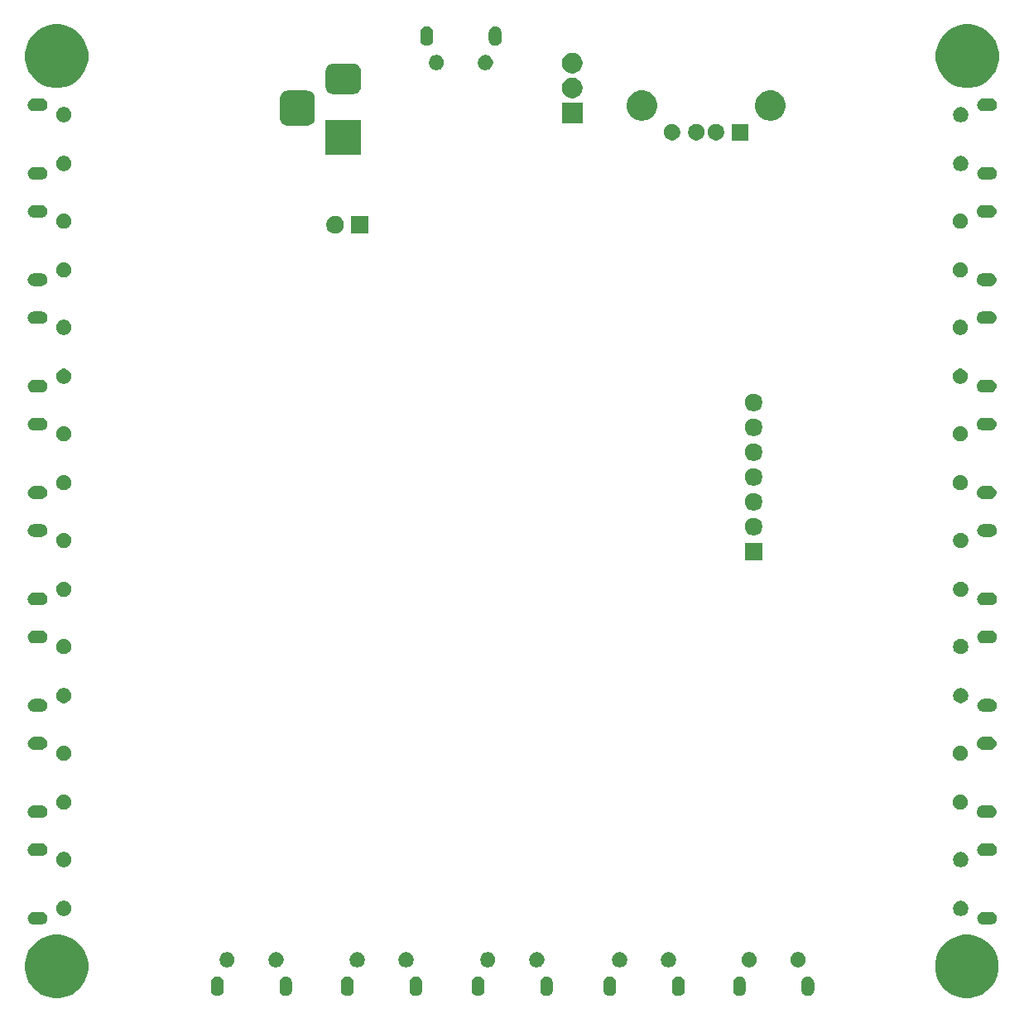
<source format=gbr>
G04 #@! TF.GenerationSoftware,KiCad,Pcbnew,5.1.5+dfsg1-2build2*
G04 #@! TF.CreationDate,2020-12-26T12:55:20-05:00*
G04 #@! TF.ProjectId,usb-solder,7573622d-736f-46c6-9465-722e6b696361,rev?*
G04 #@! TF.SameCoordinates,Original*
G04 #@! TF.FileFunction,Soldermask,Bot*
G04 #@! TF.FilePolarity,Negative*
%FSLAX46Y46*%
G04 Gerber Fmt 4.6, Leading zero omitted, Abs format (unit mm)*
G04 Created by KiCad (PCBNEW 5.1.5+dfsg1-2build2) date 2020-12-26 12:55:20*
%MOMM*%
%LPD*%
G04 APERTURE LIST*
%ADD10C,0.100000*%
G04 APERTURE END LIST*
D10*
G36*
X147166839Y-143369467D02*
G01*
X147480882Y-143431934D01*
X148072526Y-143677001D01*
X148604992Y-144032784D01*
X149057816Y-144485608D01*
X149413599Y-145018074D01*
X149658666Y-145609718D01*
X149783600Y-146237804D01*
X149783600Y-146878196D01*
X149658666Y-147506282D01*
X149413599Y-148097926D01*
X149057816Y-148630392D01*
X148604992Y-149083216D01*
X148072526Y-149438999D01*
X147480882Y-149684066D01*
X147166839Y-149746533D01*
X146852797Y-149809000D01*
X146212403Y-149809000D01*
X145898361Y-149746533D01*
X145584318Y-149684066D01*
X144992674Y-149438999D01*
X144460208Y-149083216D01*
X144007384Y-148630392D01*
X143651601Y-148097926D01*
X143406534Y-147506282D01*
X143281600Y-146878196D01*
X143281600Y-146237804D01*
X143406534Y-145609718D01*
X143651601Y-145018074D01*
X144007384Y-144485608D01*
X144460208Y-144032784D01*
X144992674Y-143677001D01*
X145584318Y-143431934D01*
X145898361Y-143369467D01*
X146212403Y-143307000D01*
X146852797Y-143307000D01*
X147166839Y-143369467D01*
G37*
G36*
X54075839Y-143369467D02*
G01*
X54389882Y-143431934D01*
X54981526Y-143677001D01*
X55513992Y-144032784D01*
X55966816Y-144485608D01*
X56322599Y-145018074D01*
X56567666Y-145609718D01*
X56692600Y-146237804D01*
X56692600Y-146878196D01*
X56567666Y-147506282D01*
X56322599Y-148097926D01*
X55966816Y-148630392D01*
X55513992Y-149083216D01*
X54981526Y-149438999D01*
X54389882Y-149684066D01*
X54075839Y-149746533D01*
X53761797Y-149809000D01*
X53121403Y-149809000D01*
X52807361Y-149746533D01*
X52493318Y-149684066D01*
X51901674Y-149438999D01*
X51369208Y-149083216D01*
X50916384Y-148630392D01*
X50560601Y-148097926D01*
X50315534Y-147506282D01*
X50190600Y-146878196D01*
X50190600Y-146237804D01*
X50315534Y-145609718D01*
X50560601Y-145018074D01*
X50916384Y-144485608D01*
X51369208Y-144032784D01*
X51901674Y-143677001D01*
X52493318Y-143431934D01*
X52807361Y-143369467D01*
X53121403Y-143307000D01*
X53761797Y-143307000D01*
X54075839Y-143369467D01*
G37*
G36*
X70000218Y-147587320D02*
G01*
X70091004Y-147614860D01*
X70122936Y-147624546D01*
X70236025Y-147684994D01*
X70335154Y-147766346D01*
X70416506Y-147865475D01*
X70476954Y-147978564D01*
X70486640Y-148010496D01*
X70514180Y-148101282D01*
X70523600Y-148196927D01*
X70523600Y-148960873D01*
X70514180Y-149056518D01*
X70486640Y-149147304D01*
X70476954Y-149179236D01*
X70416506Y-149292325D01*
X70335154Y-149391453D01*
X70236024Y-149472806D01*
X70122935Y-149533254D01*
X70091003Y-149542940D01*
X70000217Y-149570480D01*
X69872600Y-149583049D01*
X69744982Y-149570480D01*
X69654196Y-149542940D01*
X69622264Y-149533254D01*
X69509175Y-149472806D01*
X69410047Y-149391454D01*
X69328694Y-149292324D01*
X69268246Y-149179235D01*
X69258560Y-149147303D01*
X69231020Y-149056517D01*
X69221600Y-148960872D01*
X69221600Y-148196927D01*
X69231020Y-148101282D01*
X69268245Y-147978568D01*
X69293208Y-147931866D01*
X69328695Y-147865475D01*
X69410047Y-147766346D01*
X69509176Y-147684994D01*
X69622265Y-147624546D01*
X69654197Y-147614860D01*
X69744983Y-147587320D01*
X69872600Y-147574751D01*
X70000218Y-147587320D01*
G37*
G36*
X83300218Y-147587320D02*
G01*
X83391004Y-147614860D01*
X83422936Y-147624546D01*
X83536025Y-147684994D01*
X83635154Y-147766346D01*
X83716506Y-147865475D01*
X83776954Y-147978564D01*
X83786640Y-148010496D01*
X83814180Y-148101282D01*
X83823600Y-148196927D01*
X83823600Y-148960873D01*
X83814180Y-149056518D01*
X83786640Y-149147304D01*
X83776954Y-149179236D01*
X83716506Y-149292325D01*
X83635154Y-149391453D01*
X83536024Y-149472806D01*
X83422935Y-149533254D01*
X83391003Y-149542940D01*
X83300217Y-149570480D01*
X83172600Y-149583049D01*
X83044982Y-149570480D01*
X82954196Y-149542940D01*
X82922264Y-149533254D01*
X82809175Y-149472806D01*
X82710047Y-149391454D01*
X82628694Y-149292324D01*
X82568246Y-149179235D01*
X82558560Y-149147303D01*
X82531020Y-149056517D01*
X82521600Y-148960872D01*
X82521600Y-148196927D01*
X82531020Y-148101282D01*
X82568245Y-147978568D01*
X82593208Y-147931866D01*
X82628695Y-147865475D01*
X82710047Y-147766346D01*
X82809176Y-147684994D01*
X82922265Y-147624546D01*
X82954197Y-147614860D01*
X83044983Y-147587320D01*
X83172600Y-147574751D01*
X83300218Y-147587320D01*
G37*
G36*
X77000217Y-147587320D02*
G01*
X77091003Y-147614860D01*
X77122935Y-147624546D01*
X77236024Y-147684994D01*
X77335154Y-147766347D01*
X77416506Y-147865475D01*
X77476954Y-147978564D01*
X77486640Y-148010496D01*
X77514180Y-148101282D01*
X77523600Y-148196927D01*
X77523600Y-148960873D01*
X77514180Y-149056518D01*
X77486640Y-149147304D01*
X77476954Y-149179236D01*
X77416506Y-149292325D01*
X77335154Y-149391454D01*
X77236025Y-149472806D01*
X77122936Y-149533254D01*
X77091004Y-149542940D01*
X77000218Y-149570480D01*
X76872600Y-149583049D01*
X76744983Y-149570480D01*
X76654197Y-149542940D01*
X76622265Y-149533254D01*
X76509176Y-149472806D01*
X76410047Y-149391454D01*
X76328695Y-149292325D01*
X76268248Y-149179237D01*
X76268245Y-149179232D01*
X76231020Y-149056518D01*
X76221600Y-148960873D01*
X76221600Y-148196928D01*
X76231020Y-148101283D01*
X76268245Y-147978569D01*
X76268246Y-147978565D01*
X76328694Y-147865476D01*
X76410047Y-147766346D01*
X76509175Y-147684994D01*
X76622264Y-147624546D01*
X76654196Y-147614860D01*
X76744982Y-147587320D01*
X76872600Y-147574751D01*
X77000217Y-147587320D01*
G37*
G36*
X90300217Y-147587320D02*
G01*
X90391003Y-147614860D01*
X90422935Y-147624546D01*
X90536024Y-147684994D01*
X90635154Y-147766347D01*
X90716506Y-147865475D01*
X90776954Y-147978564D01*
X90786640Y-148010496D01*
X90814180Y-148101282D01*
X90823600Y-148196927D01*
X90823600Y-148960873D01*
X90814180Y-149056518D01*
X90786640Y-149147304D01*
X90776954Y-149179236D01*
X90716506Y-149292325D01*
X90635154Y-149391454D01*
X90536025Y-149472806D01*
X90422936Y-149533254D01*
X90391004Y-149542940D01*
X90300218Y-149570480D01*
X90172600Y-149583049D01*
X90044983Y-149570480D01*
X89954197Y-149542940D01*
X89922265Y-149533254D01*
X89809176Y-149472806D01*
X89710047Y-149391454D01*
X89628695Y-149292325D01*
X89568248Y-149179237D01*
X89568245Y-149179232D01*
X89531020Y-149056518D01*
X89521600Y-148960873D01*
X89521600Y-148196928D01*
X89531020Y-148101283D01*
X89568245Y-147978569D01*
X89568246Y-147978565D01*
X89628694Y-147865476D01*
X89710047Y-147766346D01*
X89809175Y-147684994D01*
X89922264Y-147624546D01*
X89954196Y-147614860D01*
X90044982Y-147587320D01*
X90172600Y-147574751D01*
X90300217Y-147587320D01*
G37*
G36*
X103670217Y-147587320D02*
G01*
X103761003Y-147614860D01*
X103792935Y-147624546D01*
X103906024Y-147684994D01*
X104005154Y-147766347D01*
X104086506Y-147865475D01*
X104146954Y-147978564D01*
X104156640Y-148010496D01*
X104184180Y-148101282D01*
X104193600Y-148196927D01*
X104193600Y-148960873D01*
X104184180Y-149056518D01*
X104156640Y-149147304D01*
X104146954Y-149179236D01*
X104086506Y-149292325D01*
X104005154Y-149391454D01*
X103906025Y-149472806D01*
X103792936Y-149533254D01*
X103761004Y-149542940D01*
X103670218Y-149570480D01*
X103542600Y-149583049D01*
X103414983Y-149570480D01*
X103324197Y-149542940D01*
X103292265Y-149533254D01*
X103179176Y-149472806D01*
X103080047Y-149391454D01*
X102998695Y-149292325D01*
X102938248Y-149179237D01*
X102938245Y-149179232D01*
X102901020Y-149056518D01*
X102891600Y-148960873D01*
X102891600Y-148196928D01*
X102901020Y-148101283D01*
X102938245Y-147978569D01*
X102938246Y-147978565D01*
X102998694Y-147865476D01*
X103080047Y-147766346D01*
X103179175Y-147684994D01*
X103292264Y-147624546D01*
X103324196Y-147614860D01*
X103414982Y-147587320D01*
X103542600Y-147574751D01*
X103670217Y-147587320D01*
G37*
G36*
X96670218Y-147587320D02*
G01*
X96761004Y-147614860D01*
X96792936Y-147624546D01*
X96906025Y-147684994D01*
X97005154Y-147766346D01*
X97086506Y-147865475D01*
X97146954Y-147978564D01*
X97156640Y-148010496D01*
X97184180Y-148101282D01*
X97193600Y-148196927D01*
X97193600Y-148960873D01*
X97184180Y-149056518D01*
X97156640Y-149147304D01*
X97146954Y-149179236D01*
X97086506Y-149292325D01*
X97005154Y-149391453D01*
X96906024Y-149472806D01*
X96792935Y-149533254D01*
X96761003Y-149542940D01*
X96670217Y-149570480D01*
X96542600Y-149583049D01*
X96414982Y-149570480D01*
X96324196Y-149542940D01*
X96292264Y-149533254D01*
X96179175Y-149472806D01*
X96080047Y-149391454D01*
X95998694Y-149292324D01*
X95938246Y-149179235D01*
X95928560Y-149147303D01*
X95901020Y-149056517D01*
X95891600Y-148960872D01*
X95891600Y-148196927D01*
X95901020Y-148101282D01*
X95938245Y-147978568D01*
X95963208Y-147931866D01*
X95998695Y-147865475D01*
X96080047Y-147766346D01*
X96179176Y-147684994D01*
X96292265Y-147624546D01*
X96324197Y-147614860D01*
X96414983Y-147587320D01*
X96542600Y-147574751D01*
X96670218Y-147587320D01*
G37*
G36*
X110150218Y-147587320D02*
G01*
X110241004Y-147614860D01*
X110272936Y-147624546D01*
X110386025Y-147684994D01*
X110485154Y-147766346D01*
X110566506Y-147865475D01*
X110626954Y-147978564D01*
X110636640Y-148010496D01*
X110664180Y-148101282D01*
X110673600Y-148196927D01*
X110673600Y-148960873D01*
X110664180Y-149056518D01*
X110636640Y-149147304D01*
X110626954Y-149179236D01*
X110566506Y-149292325D01*
X110485154Y-149391453D01*
X110386024Y-149472806D01*
X110272935Y-149533254D01*
X110241003Y-149542940D01*
X110150217Y-149570480D01*
X110022600Y-149583049D01*
X109894982Y-149570480D01*
X109804196Y-149542940D01*
X109772264Y-149533254D01*
X109659175Y-149472806D01*
X109560047Y-149391454D01*
X109478694Y-149292324D01*
X109418246Y-149179235D01*
X109408560Y-149147303D01*
X109381020Y-149056517D01*
X109371600Y-148960872D01*
X109371600Y-148196927D01*
X109381020Y-148101282D01*
X109418245Y-147978568D01*
X109443208Y-147931866D01*
X109478695Y-147865475D01*
X109560047Y-147766346D01*
X109659176Y-147684994D01*
X109772265Y-147624546D01*
X109804197Y-147614860D01*
X109894983Y-147587320D01*
X110022600Y-147574751D01*
X110150218Y-147587320D01*
G37*
G36*
X130400217Y-147587320D02*
G01*
X130491003Y-147614860D01*
X130522935Y-147624546D01*
X130636024Y-147684994D01*
X130735154Y-147766347D01*
X130816506Y-147865475D01*
X130876954Y-147978564D01*
X130886640Y-148010496D01*
X130914180Y-148101282D01*
X130923600Y-148196927D01*
X130923600Y-148960873D01*
X130914180Y-149056518D01*
X130886640Y-149147304D01*
X130876954Y-149179236D01*
X130816506Y-149292325D01*
X130735154Y-149391454D01*
X130636025Y-149472806D01*
X130522936Y-149533254D01*
X130491004Y-149542940D01*
X130400218Y-149570480D01*
X130272600Y-149583049D01*
X130144983Y-149570480D01*
X130054197Y-149542940D01*
X130022265Y-149533254D01*
X129909176Y-149472806D01*
X129810047Y-149391454D01*
X129728695Y-149292325D01*
X129668248Y-149179237D01*
X129668245Y-149179232D01*
X129631020Y-149056518D01*
X129621600Y-148960873D01*
X129621600Y-148196928D01*
X129631020Y-148101283D01*
X129668245Y-147978569D01*
X129668246Y-147978565D01*
X129728694Y-147865476D01*
X129810047Y-147766346D01*
X129909175Y-147684994D01*
X130022264Y-147624546D01*
X130054196Y-147614860D01*
X130144982Y-147587320D01*
X130272600Y-147574751D01*
X130400217Y-147587320D01*
G37*
G36*
X123400218Y-147587320D02*
G01*
X123491004Y-147614860D01*
X123522936Y-147624546D01*
X123636025Y-147684994D01*
X123735154Y-147766346D01*
X123816506Y-147865475D01*
X123876954Y-147978564D01*
X123886640Y-148010496D01*
X123914180Y-148101282D01*
X123923600Y-148196927D01*
X123923600Y-148960873D01*
X123914180Y-149056518D01*
X123886640Y-149147304D01*
X123876954Y-149179236D01*
X123816506Y-149292325D01*
X123735154Y-149391453D01*
X123636024Y-149472806D01*
X123522935Y-149533254D01*
X123491003Y-149542940D01*
X123400217Y-149570480D01*
X123272600Y-149583049D01*
X123144982Y-149570480D01*
X123054196Y-149542940D01*
X123022264Y-149533254D01*
X122909175Y-149472806D01*
X122810047Y-149391454D01*
X122728694Y-149292324D01*
X122668246Y-149179235D01*
X122658560Y-149147303D01*
X122631020Y-149056517D01*
X122621600Y-148960872D01*
X122621600Y-148196927D01*
X122631020Y-148101282D01*
X122668245Y-147978568D01*
X122693208Y-147931866D01*
X122728695Y-147865475D01*
X122810047Y-147766346D01*
X122909176Y-147684994D01*
X123022265Y-147624546D01*
X123054197Y-147614860D01*
X123144983Y-147587320D01*
X123272600Y-147574751D01*
X123400218Y-147587320D01*
G37*
G36*
X117150217Y-147587320D02*
G01*
X117241003Y-147614860D01*
X117272935Y-147624546D01*
X117386024Y-147684994D01*
X117485154Y-147766347D01*
X117566506Y-147865475D01*
X117626954Y-147978564D01*
X117636640Y-148010496D01*
X117664180Y-148101282D01*
X117673600Y-148196927D01*
X117673600Y-148960873D01*
X117664180Y-149056518D01*
X117636640Y-149147304D01*
X117626954Y-149179236D01*
X117566506Y-149292325D01*
X117485154Y-149391454D01*
X117386025Y-149472806D01*
X117272936Y-149533254D01*
X117241004Y-149542940D01*
X117150218Y-149570480D01*
X117022600Y-149583049D01*
X116894983Y-149570480D01*
X116804197Y-149542940D01*
X116772265Y-149533254D01*
X116659176Y-149472806D01*
X116560047Y-149391454D01*
X116478695Y-149292325D01*
X116418248Y-149179237D01*
X116418245Y-149179232D01*
X116381020Y-149056518D01*
X116371600Y-148960873D01*
X116371600Y-148196928D01*
X116381020Y-148101283D01*
X116418245Y-147978569D01*
X116418246Y-147978565D01*
X116478694Y-147865476D01*
X116560047Y-147766346D01*
X116659175Y-147684994D01*
X116772264Y-147624546D01*
X116804196Y-147614860D01*
X116894982Y-147587320D01*
X117022600Y-147574751D01*
X117150217Y-147587320D01*
G37*
G36*
X129498948Y-145132720D02*
G01*
X129498950Y-145132721D01*
X129498951Y-145132721D01*
X129640174Y-145191217D01*
X129640177Y-145191219D01*
X129767269Y-145276139D01*
X129875361Y-145384231D01*
X129960281Y-145511323D01*
X129960283Y-145511326D01*
X130018779Y-145652549D01*
X130048600Y-145802471D01*
X130048600Y-145955329D01*
X130018779Y-146105251D01*
X129960283Y-146246474D01*
X129960281Y-146246477D01*
X129875361Y-146373569D01*
X129767269Y-146481661D01*
X129640177Y-146566581D01*
X129640174Y-146566583D01*
X129498951Y-146625079D01*
X129498950Y-146625079D01*
X129498948Y-146625080D01*
X129349031Y-146654900D01*
X129196169Y-146654900D01*
X129046252Y-146625080D01*
X129046250Y-146625079D01*
X129046249Y-146625079D01*
X128905026Y-146566583D01*
X128905023Y-146566581D01*
X128777931Y-146481661D01*
X128669839Y-146373569D01*
X128584919Y-146246477D01*
X128584917Y-146246474D01*
X128526421Y-146105251D01*
X128496600Y-145955329D01*
X128496600Y-145802471D01*
X128526421Y-145652549D01*
X128584917Y-145511326D01*
X128584919Y-145511323D01*
X128669839Y-145384231D01*
X128777931Y-145276139D01*
X128905023Y-145191219D01*
X128905026Y-145191217D01*
X129046249Y-145132721D01*
X129046250Y-145132721D01*
X129046252Y-145132720D01*
X129196169Y-145102900D01*
X129349031Y-145102900D01*
X129498948Y-145132720D01*
G37*
G36*
X102768948Y-145132720D02*
G01*
X102768950Y-145132721D01*
X102768951Y-145132721D01*
X102910174Y-145191217D01*
X102910177Y-145191219D01*
X103037269Y-145276139D01*
X103145361Y-145384231D01*
X103230281Y-145511323D01*
X103230283Y-145511326D01*
X103288779Y-145652549D01*
X103318600Y-145802471D01*
X103318600Y-145955329D01*
X103288779Y-146105251D01*
X103230283Y-146246474D01*
X103230281Y-146246477D01*
X103145361Y-146373569D01*
X103037269Y-146481661D01*
X102910177Y-146566581D01*
X102910174Y-146566583D01*
X102768951Y-146625079D01*
X102768950Y-146625079D01*
X102768948Y-146625080D01*
X102619031Y-146654900D01*
X102466169Y-146654900D01*
X102316252Y-146625080D01*
X102316250Y-146625079D01*
X102316249Y-146625079D01*
X102175026Y-146566583D01*
X102175023Y-146566581D01*
X102047931Y-146481661D01*
X101939839Y-146373569D01*
X101854919Y-146246477D01*
X101854917Y-146246474D01*
X101796421Y-146105251D01*
X101766600Y-145955329D01*
X101766600Y-145802471D01*
X101796421Y-145652549D01*
X101854917Y-145511326D01*
X101854919Y-145511323D01*
X101939839Y-145384231D01*
X102047931Y-145276139D01*
X102175023Y-145191219D01*
X102175026Y-145191217D01*
X102316249Y-145132721D01*
X102316250Y-145132721D01*
X102316252Y-145132720D01*
X102466169Y-145102900D01*
X102619031Y-145102900D01*
X102768948Y-145132720D01*
G37*
G36*
X84398948Y-145132720D02*
G01*
X84398950Y-145132721D01*
X84398951Y-145132721D01*
X84540174Y-145191217D01*
X84540177Y-145191219D01*
X84667269Y-145276139D01*
X84775361Y-145384231D01*
X84860281Y-145511323D01*
X84860283Y-145511326D01*
X84918779Y-145652549D01*
X84948600Y-145802471D01*
X84948600Y-145955329D01*
X84918779Y-146105251D01*
X84860283Y-146246474D01*
X84860281Y-146246477D01*
X84775361Y-146373569D01*
X84667269Y-146481661D01*
X84540177Y-146566581D01*
X84540174Y-146566583D01*
X84398951Y-146625079D01*
X84398950Y-146625079D01*
X84398948Y-146625080D01*
X84249031Y-146654900D01*
X84096169Y-146654900D01*
X83946252Y-146625080D01*
X83946250Y-146625079D01*
X83946249Y-146625079D01*
X83805026Y-146566583D01*
X83805023Y-146566581D01*
X83677931Y-146481661D01*
X83569839Y-146373569D01*
X83484919Y-146246477D01*
X83484917Y-146246474D01*
X83426421Y-146105251D01*
X83396600Y-145955329D01*
X83396600Y-145802471D01*
X83426421Y-145652549D01*
X83484917Y-145511326D01*
X83484919Y-145511323D01*
X83569839Y-145384231D01*
X83677931Y-145276139D01*
X83805023Y-145191219D01*
X83805026Y-145191217D01*
X83946249Y-145132721D01*
X83946250Y-145132721D01*
X83946252Y-145132720D01*
X84096169Y-145102900D01*
X84249031Y-145102900D01*
X84398948Y-145132720D01*
G37*
G36*
X89398948Y-145132720D02*
G01*
X89398950Y-145132721D01*
X89398951Y-145132721D01*
X89540174Y-145191217D01*
X89540177Y-145191219D01*
X89667269Y-145276139D01*
X89775361Y-145384231D01*
X89860281Y-145511323D01*
X89860283Y-145511326D01*
X89918779Y-145652549D01*
X89948600Y-145802471D01*
X89948600Y-145955329D01*
X89918779Y-146105251D01*
X89860283Y-146246474D01*
X89860281Y-146246477D01*
X89775361Y-146373569D01*
X89667269Y-146481661D01*
X89540177Y-146566581D01*
X89540174Y-146566583D01*
X89398951Y-146625079D01*
X89398950Y-146625079D01*
X89398948Y-146625080D01*
X89249031Y-146654900D01*
X89096169Y-146654900D01*
X88946252Y-146625080D01*
X88946250Y-146625079D01*
X88946249Y-146625079D01*
X88805026Y-146566583D01*
X88805023Y-146566581D01*
X88677931Y-146481661D01*
X88569839Y-146373569D01*
X88484919Y-146246477D01*
X88484917Y-146246474D01*
X88426421Y-146105251D01*
X88396600Y-145955329D01*
X88396600Y-145802471D01*
X88426421Y-145652549D01*
X88484917Y-145511326D01*
X88484919Y-145511323D01*
X88569839Y-145384231D01*
X88677931Y-145276139D01*
X88805023Y-145191219D01*
X88805026Y-145191217D01*
X88946249Y-145132721D01*
X88946250Y-145132721D01*
X88946252Y-145132720D01*
X89096169Y-145102900D01*
X89249031Y-145102900D01*
X89398948Y-145132720D01*
G37*
G36*
X124498948Y-145132720D02*
G01*
X124498950Y-145132721D01*
X124498951Y-145132721D01*
X124640174Y-145191217D01*
X124640177Y-145191219D01*
X124767269Y-145276139D01*
X124875361Y-145384231D01*
X124960281Y-145511323D01*
X124960283Y-145511326D01*
X125018779Y-145652549D01*
X125048600Y-145802471D01*
X125048600Y-145955329D01*
X125018779Y-146105251D01*
X124960283Y-146246474D01*
X124960281Y-146246477D01*
X124875361Y-146373569D01*
X124767269Y-146481661D01*
X124640177Y-146566581D01*
X124640174Y-146566583D01*
X124498951Y-146625079D01*
X124498950Y-146625079D01*
X124498948Y-146625080D01*
X124349031Y-146654900D01*
X124196169Y-146654900D01*
X124046252Y-146625080D01*
X124046250Y-146625079D01*
X124046249Y-146625079D01*
X123905026Y-146566583D01*
X123905023Y-146566581D01*
X123777931Y-146481661D01*
X123669839Y-146373569D01*
X123584919Y-146246477D01*
X123584917Y-146246474D01*
X123526421Y-146105251D01*
X123496600Y-145955329D01*
X123496600Y-145802471D01*
X123526421Y-145652549D01*
X123584917Y-145511326D01*
X123584919Y-145511323D01*
X123669839Y-145384231D01*
X123777931Y-145276139D01*
X123905023Y-145191219D01*
X123905026Y-145191217D01*
X124046249Y-145132721D01*
X124046250Y-145132721D01*
X124046252Y-145132720D01*
X124196169Y-145102900D01*
X124349031Y-145102900D01*
X124498948Y-145132720D01*
G37*
G36*
X71098948Y-145132720D02*
G01*
X71098950Y-145132721D01*
X71098951Y-145132721D01*
X71240174Y-145191217D01*
X71240177Y-145191219D01*
X71367269Y-145276139D01*
X71475361Y-145384231D01*
X71560281Y-145511323D01*
X71560283Y-145511326D01*
X71618779Y-145652549D01*
X71648600Y-145802471D01*
X71648600Y-145955329D01*
X71618779Y-146105251D01*
X71560283Y-146246474D01*
X71560281Y-146246477D01*
X71475361Y-146373569D01*
X71367269Y-146481661D01*
X71240177Y-146566581D01*
X71240174Y-146566583D01*
X71098951Y-146625079D01*
X71098950Y-146625079D01*
X71098948Y-146625080D01*
X70949031Y-146654900D01*
X70796169Y-146654900D01*
X70646252Y-146625080D01*
X70646250Y-146625079D01*
X70646249Y-146625079D01*
X70505026Y-146566583D01*
X70505023Y-146566581D01*
X70377931Y-146481661D01*
X70269839Y-146373569D01*
X70184919Y-146246477D01*
X70184917Y-146246474D01*
X70126421Y-146105251D01*
X70096600Y-145955329D01*
X70096600Y-145802471D01*
X70126421Y-145652549D01*
X70184917Y-145511326D01*
X70184919Y-145511323D01*
X70269839Y-145384231D01*
X70377931Y-145276139D01*
X70505023Y-145191219D01*
X70505026Y-145191217D01*
X70646249Y-145132721D01*
X70646250Y-145132721D01*
X70646252Y-145132720D01*
X70796169Y-145102900D01*
X70949031Y-145102900D01*
X71098948Y-145132720D01*
G37*
G36*
X76098948Y-145132720D02*
G01*
X76098950Y-145132721D01*
X76098951Y-145132721D01*
X76240174Y-145191217D01*
X76240177Y-145191219D01*
X76367269Y-145276139D01*
X76475361Y-145384231D01*
X76560281Y-145511323D01*
X76560283Y-145511326D01*
X76618779Y-145652549D01*
X76648600Y-145802471D01*
X76648600Y-145955329D01*
X76618779Y-146105251D01*
X76560283Y-146246474D01*
X76560281Y-146246477D01*
X76475361Y-146373569D01*
X76367269Y-146481661D01*
X76240177Y-146566581D01*
X76240174Y-146566583D01*
X76098951Y-146625079D01*
X76098950Y-146625079D01*
X76098948Y-146625080D01*
X75949031Y-146654900D01*
X75796169Y-146654900D01*
X75646252Y-146625080D01*
X75646250Y-146625079D01*
X75646249Y-146625079D01*
X75505026Y-146566583D01*
X75505023Y-146566581D01*
X75377931Y-146481661D01*
X75269839Y-146373569D01*
X75184919Y-146246477D01*
X75184917Y-146246474D01*
X75126421Y-146105251D01*
X75096600Y-145955329D01*
X75096600Y-145802471D01*
X75126421Y-145652549D01*
X75184917Y-145511326D01*
X75184919Y-145511323D01*
X75269839Y-145384231D01*
X75377931Y-145276139D01*
X75505023Y-145191219D01*
X75505026Y-145191217D01*
X75646249Y-145132721D01*
X75646250Y-145132721D01*
X75646252Y-145132720D01*
X75796169Y-145102900D01*
X75949031Y-145102900D01*
X76098948Y-145132720D01*
G37*
G36*
X116248948Y-145132720D02*
G01*
X116248950Y-145132721D01*
X116248951Y-145132721D01*
X116390174Y-145191217D01*
X116390177Y-145191219D01*
X116517269Y-145276139D01*
X116625361Y-145384231D01*
X116710281Y-145511323D01*
X116710283Y-145511326D01*
X116768779Y-145652549D01*
X116798600Y-145802471D01*
X116798600Y-145955329D01*
X116768779Y-146105251D01*
X116710283Y-146246474D01*
X116710281Y-146246477D01*
X116625361Y-146373569D01*
X116517269Y-146481661D01*
X116390177Y-146566581D01*
X116390174Y-146566583D01*
X116248951Y-146625079D01*
X116248950Y-146625079D01*
X116248948Y-146625080D01*
X116099031Y-146654900D01*
X115946169Y-146654900D01*
X115796252Y-146625080D01*
X115796250Y-146625079D01*
X115796249Y-146625079D01*
X115655026Y-146566583D01*
X115655023Y-146566581D01*
X115527931Y-146481661D01*
X115419839Y-146373569D01*
X115334919Y-146246477D01*
X115334917Y-146246474D01*
X115276421Y-146105251D01*
X115246600Y-145955329D01*
X115246600Y-145802471D01*
X115276421Y-145652549D01*
X115334917Y-145511326D01*
X115334919Y-145511323D01*
X115419839Y-145384231D01*
X115527931Y-145276139D01*
X115655023Y-145191219D01*
X115655026Y-145191217D01*
X115796249Y-145132721D01*
X115796250Y-145132721D01*
X115796252Y-145132720D01*
X115946169Y-145102900D01*
X116099031Y-145102900D01*
X116248948Y-145132720D01*
G37*
G36*
X97768948Y-145132720D02*
G01*
X97768950Y-145132721D01*
X97768951Y-145132721D01*
X97910174Y-145191217D01*
X97910177Y-145191219D01*
X98037269Y-145276139D01*
X98145361Y-145384231D01*
X98230281Y-145511323D01*
X98230283Y-145511326D01*
X98288779Y-145652549D01*
X98318600Y-145802471D01*
X98318600Y-145955329D01*
X98288779Y-146105251D01*
X98230283Y-146246474D01*
X98230281Y-146246477D01*
X98145361Y-146373569D01*
X98037269Y-146481661D01*
X97910177Y-146566581D01*
X97910174Y-146566583D01*
X97768951Y-146625079D01*
X97768950Y-146625079D01*
X97768948Y-146625080D01*
X97619031Y-146654900D01*
X97466169Y-146654900D01*
X97316252Y-146625080D01*
X97316250Y-146625079D01*
X97316249Y-146625079D01*
X97175026Y-146566583D01*
X97175023Y-146566581D01*
X97047931Y-146481661D01*
X96939839Y-146373569D01*
X96854919Y-146246477D01*
X96854917Y-146246474D01*
X96796421Y-146105251D01*
X96766600Y-145955329D01*
X96766600Y-145802471D01*
X96796421Y-145652549D01*
X96854917Y-145511326D01*
X96854919Y-145511323D01*
X96939839Y-145384231D01*
X97047931Y-145276139D01*
X97175023Y-145191219D01*
X97175026Y-145191217D01*
X97316249Y-145132721D01*
X97316250Y-145132721D01*
X97316252Y-145132720D01*
X97466169Y-145102900D01*
X97619031Y-145102900D01*
X97768948Y-145132720D01*
G37*
G36*
X111248948Y-145132720D02*
G01*
X111248950Y-145132721D01*
X111248951Y-145132721D01*
X111390174Y-145191217D01*
X111390177Y-145191219D01*
X111517269Y-145276139D01*
X111625361Y-145384231D01*
X111710281Y-145511323D01*
X111710283Y-145511326D01*
X111768779Y-145652549D01*
X111798600Y-145802471D01*
X111798600Y-145955329D01*
X111768779Y-146105251D01*
X111710283Y-146246474D01*
X111710281Y-146246477D01*
X111625361Y-146373569D01*
X111517269Y-146481661D01*
X111390177Y-146566581D01*
X111390174Y-146566583D01*
X111248951Y-146625079D01*
X111248950Y-146625079D01*
X111248948Y-146625080D01*
X111099031Y-146654900D01*
X110946169Y-146654900D01*
X110796252Y-146625080D01*
X110796250Y-146625079D01*
X110796249Y-146625079D01*
X110655026Y-146566583D01*
X110655023Y-146566581D01*
X110527931Y-146481661D01*
X110419839Y-146373569D01*
X110334919Y-146246477D01*
X110334917Y-146246474D01*
X110276421Y-146105251D01*
X110246600Y-145955329D01*
X110246600Y-145802471D01*
X110276421Y-145652549D01*
X110334917Y-145511326D01*
X110334919Y-145511323D01*
X110419839Y-145384231D01*
X110527931Y-145276139D01*
X110655023Y-145191219D01*
X110655026Y-145191217D01*
X110796249Y-145132721D01*
X110796250Y-145132721D01*
X110796252Y-145132720D01*
X110946169Y-145102900D01*
X111099031Y-145102900D01*
X111248948Y-145132720D01*
G37*
G36*
X51892355Y-140977340D02*
G01*
X51956118Y-140983620D01*
X52046904Y-141011160D01*
X52078836Y-141020846D01*
X52191925Y-141081294D01*
X52291054Y-141162646D01*
X52372406Y-141261775D01*
X52432854Y-141374864D01*
X52432855Y-141374868D01*
X52470080Y-141497582D01*
X52482649Y-141625200D01*
X52470080Y-141752818D01*
X52442540Y-141843604D01*
X52432854Y-141875536D01*
X52372406Y-141988625D01*
X52291054Y-142087754D01*
X52191925Y-142169106D01*
X52078836Y-142229554D01*
X52046904Y-142239240D01*
X51956118Y-142266780D01*
X51892355Y-142273060D01*
X51860474Y-142276200D01*
X51096526Y-142276200D01*
X51064645Y-142273060D01*
X51000882Y-142266780D01*
X50910096Y-142239240D01*
X50878164Y-142229554D01*
X50765075Y-142169106D01*
X50665946Y-142087754D01*
X50584594Y-141988625D01*
X50524146Y-141875536D01*
X50514460Y-141843604D01*
X50486920Y-141752818D01*
X50474351Y-141625200D01*
X50486920Y-141497582D01*
X50524145Y-141374868D01*
X50524146Y-141374864D01*
X50584594Y-141261775D01*
X50665946Y-141162646D01*
X50765075Y-141081294D01*
X50878164Y-141020846D01*
X50910096Y-141011160D01*
X51000882Y-140983620D01*
X51064645Y-140977340D01*
X51096526Y-140974200D01*
X51860474Y-140974200D01*
X51892355Y-140977340D01*
G37*
G36*
X149010955Y-140977340D02*
G01*
X149074718Y-140983620D01*
X149165504Y-141011160D01*
X149197436Y-141020846D01*
X149310525Y-141081294D01*
X149409654Y-141162646D01*
X149491006Y-141261775D01*
X149551454Y-141374864D01*
X149551455Y-141374868D01*
X149588680Y-141497582D01*
X149601249Y-141625200D01*
X149588680Y-141752818D01*
X149561140Y-141843604D01*
X149551454Y-141875536D01*
X149491006Y-141988625D01*
X149409654Y-142087754D01*
X149310525Y-142169106D01*
X149197436Y-142229554D01*
X149165504Y-142239240D01*
X149074718Y-142266780D01*
X149010955Y-142273060D01*
X148979074Y-142276200D01*
X148215126Y-142276200D01*
X148183245Y-142273060D01*
X148119482Y-142266780D01*
X148028696Y-142239240D01*
X147996764Y-142229554D01*
X147883675Y-142169106D01*
X147784546Y-142087754D01*
X147703194Y-141988625D01*
X147642746Y-141875536D01*
X147633060Y-141843604D01*
X147605520Y-141752818D01*
X147592951Y-141625200D01*
X147605520Y-141497582D01*
X147642745Y-141374868D01*
X147642746Y-141374864D01*
X147703194Y-141261775D01*
X147784546Y-141162646D01*
X147883675Y-141081294D01*
X147996764Y-141020846D01*
X148028696Y-141011160D01*
X148119482Y-140983620D01*
X148183245Y-140977340D01*
X148215126Y-140974200D01*
X148979074Y-140974200D01*
X149010955Y-140977340D01*
G37*
G36*
X54404848Y-139879020D02*
G01*
X54404850Y-139879021D01*
X54404851Y-139879021D01*
X54546074Y-139937517D01*
X54546077Y-139937519D01*
X54673169Y-140022439D01*
X54781261Y-140130531D01*
X54866181Y-140257623D01*
X54866183Y-140257626D01*
X54924679Y-140398849D01*
X54954500Y-140548771D01*
X54954500Y-140701629D01*
X54924679Y-140851551D01*
X54866183Y-140992774D01*
X54866181Y-140992777D01*
X54781261Y-141119869D01*
X54673169Y-141227961D01*
X54546077Y-141312881D01*
X54546074Y-141312883D01*
X54404851Y-141371379D01*
X54404850Y-141371379D01*
X54404848Y-141371380D01*
X54254931Y-141401200D01*
X54102069Y-141401200D01*
X53952152Y-141371380D01*
X53952150Y-141371379D01*
X53952149Y-141371379D01*
X53810926Y-141312883D01*
X53810923Y-141312881D01*
X53683831Y-141227961D01*
X53575739Y-141119869D01*
X53490819Y-140992777D01*
X53490817Y-140992774D01*
X53432321Y-140851551D01*
X53402500Y-140701629D01*
X53402500Y-140548771D01*
X53432321Y-140398849D01*
X53490817Y-140257626D01*
X53490819Y-140257623D01*
X53575739Y-140130531D01*
X53683831Y-140022439D01*
X53810923Y-139937519D01*
X53810926Y-139937517D01*
X53952149Y-139879021D01*
X53952150Y-139879021D01*
X53952152Y-139879020D01*
X54102069Y-139849200D01*
X54254931Y-139849200D01*
X54404848Y-139879020D01*
G37*
G36*
X146123448Y-139879020D02*
G01*
X146123450Y-139879021D01*
X146123451Y-139879021D01*
X146264674Y-139937517D01*
X146264677Y-139937519D01*
X146391769Y-140022439D01*
X146499861Y-140130531D01*
X146584781Y-140257623D01*
X146584783Y-140257626D01*
X146643279Y-140398849D01*
X146673100Y-140548771D01*
X146673100Y-140701629D01*
X146643279Y-140851551D01*
X146584783Y-140992774D01*
X146584781Y-140992777D01*
X146499861Y-141119869D01*
X146391769Y-141227961D01*
X146264677Y-141312881D01*
X146264674Y-141312883D01*
X146123451Y-141371379D01*
X146123450Y-141371379D01*
X146123448Y-141371380D01*
X145973531Y-141401200D01*
X145820669Y-141401200D01*
X145670752Y-141371380D01*
X145670750Y-141371379D01*
X145670749Y-141371379D01*
X145529526Y-141312883D01*
X145529523Y-141312881D01*
X145402431Y-141227961D01*
X145294339Y-141119869D01*
X145209419Y-140992777D01*
X145209417Y-140992774D01*
X145150921Y-140851551D01*
X145121100Y-140701629D01*
X145121100Y-140548771D01*
X145150921Y-140398849D01*
X145209417Y-140257626D01*
X145209419Y-140257623D01*
X145294339Y-140130531D01*
X145402431Y-140022439D01*
X145529523Y-139937519D01*
X145529526Y-139937517D01*
X145670749Y-139879021D01*
X145670750Y-139879021D01*
X145670752Y-139879020D01*
X145820669Y-139849200D01*
X145973531Y-139849200D01*
X146123448Y-139879020D01*
G37*
G36*
X54404848Y-134879020D02*
G01*
X54404850Y-134879021D01*
X54404851Y-134879021D01*
X54546074Y-134937517D01*
X54546077Y-134937519D01*
X54673169Y-135022439D01*
X54781261Y-135130531D01*
X54866181Y-135257623D01*
X54866183Y-135257626D01*
X54924679Y-135398849D01*
X54954500Y-135548771D01*
X54954500Y-135701629D01*
X54924679Y-135851551D01*
X54866183Y-135992774D01*
X54866181Y-135992777D01*
X54781261Y-136119869D01*
X54673169Y-136227961D01*
X54546077Y-136312881D01*
X54546074Y-136312883D01*
X54404851Y-136371379D01*
X54404850Y-136371379D01*
X54404848Y-136371380D01*
X54254931Y-136401200D01*
X54102069Y-136401200D01*
X53952152Y-136371380D01*
X53952150Y-136371379D01*
X53952149Y-136371379D01*
X53810926Y-136312883D01*
X53810923Y-136312881D01*
X53683831Y-136227961D01*
X53575739Y-136119869D01*
X53490819Y-135992777D01*
X53490817Y-135992774D01*
X53432321Y-135851551D01*
X53402500Y-135701629D01*
X53402500Y-135548771D01*
X53432321Y-135398849D01*
X53490817Y-135257626D01*
X53490819Y-135257623D01*
X53575739Y-135130531D01*
X53683831Y-135022439D01*
X53810923Y-134937519D01*
X53810926Y-134937517D01*
X53952149Y-134879021D01*
X53952150Y-134879021D01*
X53952152Y-134879020D01*
X54102069Y-134849200D01*
X54254931Y-134849200D01*
X54404848Y-134879020D01*
G37*
G36*
X146123448Y-134879020D02*
G01*
X146123450Y-134879021D01*
X146123451Y-134879021D01*
X146264674Y-134937517D01*
X146264677Y-134937519D01*
X146391769Y-135022439D01*
X146499861Y-135130531D01*
X146584781Y-135257623D01*
X146584783Y-135257626D01*
X146643279Y-135398849D01*
X146673100Y-135548771D01*
X146673100Y-135701629D01*
X146643279Y-135851551D01*
X146584783Y-135992774D01*
X146584781Y-135992777D01*
X146499861Y-136119869D01*
X146391769Y-136227961D01*
X146264677Y-136312881D01*
X146264674Y-136312883D01*
X146123451Y-136371379D01*
X146123450Y-136371379D01*
X146123448Y-136371380D01*
X145973531Y-136401200D01*
X145820669Y-136401200D01*
X145670752Y-136371380D01*
X145670750Y-136371379D01*
X145670749Y-136371379D01*
X145529526Y-136312883D01*
X145529523Y-136312881D01*
X145402431Y-136227961D01*
X145294339Y-136119869D01*
X145209419Y-135992777D01*
X145209417Y-135992774D01*
X145150921Y-135851551D01*
X145121100Y-135701629D01*
X145121100Y-135548771D01*
X145150921Y-135398849D01*
X145209417Y-135257626D01*
X145209419Y-135257623D01*
X145294339Y-135130531D01*
X145402431Y-135022439D01*
X145529523Y-134937519D01*
X145529526Y-134937517D01*
X145670749Y-134879021D01*
X145670750Y-134879021D01*
X145670752Y-134879020D01*
X145820669Y-134849200D01*
X145973531Y-134849200D01*
X146123448Y-134879020D01*
G37*
G36*
X51892355Y-133977340D02*
G01*
X51956118Y-133983620D01*
X52046904Y-134011160D01*
X52078836Y-134020846D01*
X52191925Y-134081294D01*
X52291054Y-134162646D01*
X52372406Y-134261775D01*
X52432854Y-134374864D01*
X52432855Y-134374868D01*
X52470080Y-134497582D01*
X52482649Y-134625200D01*
X52470080Y-134752818D01*
X52442540Y-134843604D01*
X52432854Y-134875536D01*
X52372406Y-134988625D01*
X52291054Y-135087754D01*
X52191925Y-135169106D01*
X52078836Y-135229554D01*
X52046904Y-135239240D01*
X51956118Y-135266780D01*
X51892355Y-135273060D01*
X51860474Y-135276200D01*
X51096526Y-135276200D01*
X51064645Y-135273060D01*
X51000882Y-135266780D01*
X50910096Y-135239240D01*
X50878164Y-135229554D01*
X50765075Y-135169106D01*
X50665946Y-135087754D01*
X50584594Y-134988625D01*
X50524146Y-134875536D01*
X50514460Y-134843604D01*
X50486920Y-134752818D01*
X50474351Y-134625200D01*
X50486920Y-134497582D01*
X50524145Y-134374868D01*
X50524146Y-134374864D01*
X50584594Y-134261775D01*
X50665946Y-134162646D01*
X50765075Y-134081294D01*
X50878164Y-134020846D01*
X50910096Y-134011160D01*
X51000882Y-133983620D01*
X51064645Y-133977340D01*
X51096526Y-133974200D01*
X51860474Y-133974200D01*
X51892355Y-133977340D01*
G37*
G36*
X149010955Y-133977340D02*
G01*
X149074718Y-133983620D01*
X149165504Y-134011160D01*
X149197436Y-134020846D01*
X149310525Y-134081294D01*
X149409654Y-134162646D01*
X149491006Y-134261775D01*
X149551454Y-134374864D01*
X149551455Y-134374868D01*
X149588680Y-134497582D01*
X149601249Y-134625200D01*
X149588680Y-134752818D01*
X149561140Y-134843604D01*
X149551454Y-134875536D01*
X149491006Y-134988625D01*
X149409654Y-135087754D01*
X149310525Y-135169106D01*
X149197436Y-135229554D01*
X149165504Y-135239240D01*
X149074718Y-135266780D01*
X149010955Y-135273060D01*
X148979074Y-135276200D01*
X148215126Y-135276200D01*
X148183245Y-135273060D01*
X148119482Y-135266780D01*
X148028696Y-135239240D01*
X147996764Y-135229554D01*
X147883675Y-135169106D01*
X147784546Y-135087754D01*
X147703194Y-134988625D01*
X147642746Y-134875536D01*
X147633060Y-134843604D01*
X147605520Y-134752818D01*
X147592951Y-134625200D01*
X147605520Y-134497582D01*
X147642745Y-134374868D01*
X147642746Y-134374864D01*
X147703194Y-134261775D01*
X147784546Y-134162646D01*
X147883675Y-134081294D01*
X147996764Y-134020846D01*
X148028696Y-134011160D01*
X148119482Y-133983620D01*
X148183245Y-133977340D01*
X148215126Y-133974200D01*
X148979074Y-133974200D01*
X149010955Y-133977340D01*
G37*
G36*
X148971355Y-130091624D02*
G01*
X149035118Y-130097904D01*
X149125904Y-130125444D01*
X149157836Y-130135130D01*
X149270925Y-130195578D01*
X149370054Y-130276930D01*
X149451406Y-130376059D01*
X149511854Y-130489148D01*
X149511855Y-130489152D01*
X149549080Y-130611866D01*
X149561649Y-130739484D01*
X149549080Y-130867102D01*
X149521540Y-130957888D01*
X149511854Y-130989820D01*
X149451406Y-131102909D01*
X149370054Y-131202038D01*
X149270925Y-131283390D01*
X149157836Y-131343838D01*
X149125904Y-131353524D01*
X149035118Y-131381064D01*
X148971355Y-131387344D01*
X148939474Y-131390484D01*
X148175526Y-131390484D01*
X148143645Y-131387344D01*
X148079882Y-131381064D01*
X147989096Y-131353524D01*
X147957164Y-131343838D01*
X147844075Y-131283390D01*
X147744946Y-131202038D01*
X147663594Y-131102909D01*
X147603146Y-130989820D01*
X147593460Y-130957888D01*
X147565920Y-130867102D01*
X147553351Y-130739484D01*
X147565920Y-130611866D01*
X147603145Y-130489152D01*
X147603146Y-130489148D01*
X147663594Y-130376059D01*
X147744946Y-130276930D01*
X147844075Y-130195578D01*
X147957164Y-130135130D01*
X147989096Y-130125444D01*
X148079882Y-130097904D01*
X148143645Y-130091624D01*
X148175526Y-130088484D01*
X148939474Y-130088484D01*
X148971355Y-130091624D01*
G37*
G36*
X51892355Y-130091624D02*
G01*
X51956118Y-130097904D01*
X52046904Y-130125444D01*
X52078836Y-130135130D01*
X52191925Y-130195578D01*
X52291054Y-130276930D01*
X52372406Y-130376059D01*
X52432854Y-130489148D01*
X52432855Y-130489152D01*
X52470080Y-130611866D01*
X52482649Y-130739484D01*
X52470080Y-130867102D01*
X52442540Y-130957888D01*
X52432854Y-130989820D01*
X52372406Y-131102909D01*
X52291054Y-131202038D01*
X52191925Y-131283390D01*
X52078836Y-131343838D01*
X52046904Y-131353524D01*
X51956118Y-131381064D01*
X51892355Y-131387344D01*
X51860474Y-131390484D01*
X51096526Y-131390484D01*
X51064645Y-131387344D01*
X51000882Y-131381064D01*
X50910096Y-131353524D01*
X50878164Y-131343838D01*
X50765075Y-131283390D01*
X50665946Y-131202038D01*
X50584594Y-131102909D01*
X50524146Y-130989820D01*
X50514460Y-130957888D01*
X50486920Y-130867102D01*
X50474351Y-130739484D01*
X50486920Y-130611866D01*
X50524145Y-130489152D01*
X50524146Y-130489148D01*
X50584594Y-130376059D01*
X50665946Y-130276930D01*
X50765075Y-130195578D01*
X50878164Y-130135130D01*
X50910096Y-130125444D01*
X51000882Y-130097904D01*
X51064645Y-130091624D01*
X51096526Y-130088484D01*
X51860474Y-130088484D01*
X51892355Y-130091624D01*
G37*
G36*
X146083848Y-128993304D02*
G01*
X146083850Y-128993305D01*
X146083851Y-128993305D01*
X146225074Y-129051801D01*
X146225077Y-129051803D01*
X146352169Y-129136723D01*
X146460261Y-129244815D01*
X146545181Y-129371907D01*
X146545183Y-129371910D01*
X146603679Y-129513133D01*
X146633500Y-129663055D01*
X146633500Y-129815913D01*
X146603679Y-129965835D01*
X146545183Y-130107058D01*
X146545181Y-130107061D01*
X146460261Y-130234153D01*
X146352169Y-130342245D01*
X146225077Y-130427165D01*
X146225074Y-130427167D01*
X146083851Y-130485663D01*
X146083850Y-130485663D01*
X146083848Y-130485664D01*
X145933931Y-130515484D01*
X145781069Y-130515484D01*
X145631152Y-130485664D01*
X145631150Y-130485663D01*
X145631149Y-130485663D01*
X145489926Y-130427167D01*
X145489923Y-130427165D01*
X145362831Y-130342245D01*
X145254739Y-130234153D01*
X145169819Y-130107061D01*
X145169817Y-130107058D01*
X145111321Y-129965835D01*
X145081500Y-129815913D01*
X145081500Y-129663055D01*
X145111321Y-129513133D01*
X145169817Y-129371910D01*
X145169819Y-129371907D01*
X145254739Y-129244815D01*
X145362831Y-129136723D01*
X145489923Y-129051803D01*
X145489926Y-129051801D01*
X145631149Y-128993305D01*
X145631150Y-128993305D01*
X145631152Y-128993304D01*
X145781069Y-128963484D01*
X145933931Y-128963484D01*
X146083848Y-128993304D01*
G37*
G36*
X54404848Y-128993304D02*
G01*
X54404850Y-128993305D01*
X54404851Y-128993305D01*
X54546074Y-129051801D01*
X54546077Y-129051803D01*
X54673169Y-129136723D01*
X54781261Y-129244815D01*
X54866181Y-129371907D01*
X54866183Y-129371910D01*
X54924679Y-129513133D01*
X54954500Y-129663055D01*
X54954500Y-129815913D01*
X54924679Y-129965835D01*
X54866183Y-130107058D01*
X54866181Y-130107061D01*
X54781261Y-130234153D01*
X54673169Y-130342245D01*
X54546077Y-130427165D01*
X54546074Y-130427167D01*
X54404851Y-130485663D01*
X54404850Y-130485663D01*
X54404848Y-130485664D01*
X54254931Y-130515484D01*
X54102069Y-130515484D01*
X53952152Y-130485664D01*
X53952150Y-130485663D01*
X53952149Y-130485663D01*
X53810926Y-130427167D01*
X53810923Y-130427165D01*
X53683831Y-130342245D01*
X53575739Y-130234153D01*
X53490819Y-130107061D01*
X53490817Y-130107058D01*
X53432321Y-129965835D01*
X53402500Y-129815913D01*
X53402500Y-129663055D01*
X53432321Y-129513133D01*
X53490817Y-129371910D01*
X53490819Y-129371907D01*
X53575739Y-129244815D01*
X53683831Y-129136723D01*
X53810923Y-129051803D01*
X53810926Y-129051801D01*
X53952149Y-128993305D01*
X53952150Y-128993305D01*
X53952152Y-128993304D01*
X54102069Y-128963484D01*
X54254931Y-128963484D01*
X54404848Y-128993304D01*
G37*
G36*
X54404848Y-123993304D02*
G01*
X54404850Y-123993305D01*
X54404851Y-123993305D01*
X54546074Y-124051801D01*
X54546077Y-124051803D01*
X54673169Y-124136723D01*
X54781261Y-124244815D01*
X54866181Y-124371907D01*
X54866183Y-124371910D01*
X54924679Y-124513133D01*
X54954500Y-124663055D01*
X54954500Y-124815913D01*
X54924679Y-124965835D01*
X54866183Y-125107058D01*
X54866181Y-125107061D01*
X54781261Y-125234153D01*
X54673169Y-125342245D01*
X54546077Y-125427165D01*
X54546074Y-125427167D01*
X54404851Y-125485663D01*
X54404850Y-125485663D01*
X54404848Y-125485664D01*
X54254931Y-125515484D01*
X54102069Y-125515484D01*
X53952152Y-125485664D01*
X53952150Y-125485663D01*
X53952149Y-125485663D01*
X53810926Y-125427167D01*
X53810923Y-125427165D01*
X53683831Y-125342245D01*
X53575739Y-125234153D01*
X53490819Y-125107061D01*
X53490817Y-125107058D01*
X53432321Y-124965835D01*
X53402500Y-124815913D01*
X53402500Y-124663055D01*
X53432321Y-124513133D01*
X53490817Y-124371910D01*
X53490819Y-124371907D01*
X53575739Y-124244815D01*
X53683831Y-124136723D01*
X53810923Y-124051803D01*
X53810926Y-124051801D01*
X53952149Y-123993305D01*
X53952150Y-123993305D01*
X53952152Y-123993304D01*
X54102069Y-123963484D01*
X54254931Y-123963484D01*
X54404848Y-123993304D01*
G37*
G36*
X146083848Y-123993304D02*
G01*
X146083850Y-123993305D01*
X146083851Y-123993305D01*
X146225074Y-124051801D01*
X146225077Y-124051803D01*
X146352169Y-124136723D01*
X146460261Y-124244815D01*
X146545181Y-124371907D01*
X146545183Y-124371910D01*
X146603679Y-124513133D01*
X146633500Y-124663055D01*
X146633500Y-124815913D01*
X146603679Y-124965835D01*
X146545183Y-125107058D01*
X146545181Y-125107061D01*
X146460261Y-125234153D01*
X146352169Y-125342245D01*
X146225077Y-125427165D01*
X146225074Y-125427167D01*
X146083851Y-125485663D01*
X146083850Y-125485663D01*
X146083848Y-125485664D01*
X145933931Y-125515484D01*
X145781069Y-125515484D01*
X145631152Y-125485664D01*
X145631150Y-125485663D01*
X145631149Y-125485663D01*
X145489926Y-125427167D01*
X145489923Y-125427165D01*
X145362831Y-125342245D01*
X145254739Y-125234153D01*
X145169819Y-125107061D01*
X145169817Y-125107058D01*
X145111321Y-124965835D01*
X145081500Y-124815913D01*
X145081500Y-124663055D01*
X145111321Y-124513133D01*
X145169817Y-124371910D01*
X145169819Y-124371907D01*
X145254739Y-124244815D01*
X145362831Y-124136723D01*
X145489923Y-124051803D01*
X145489926Y-124051801D01*
X145631149Y-123993305D01*
X145631150Y-123993305D01*
X145631152Y-123993304D01*
X145781069Y-123963484D01*
X145933931Y-123963484D01*
X146083848Y-123993304D01*
G37*
G36*
X148971355Y-123091624D02*
G01*
X149035118Y-123097904D01*
X149125904Y-123125444D01*
X149157836Y-123135130D01*
X149270925Y-123195578D01*
X149370054Y-123276930D01*
X149451406Y-123376059D01*
X149511854Y-123489148D01*
X149511855Y-123489152D01*
X149549080Y-123611866D01*
X149561649Y-123739484D01*
X149549080Y-123867102D01*
X149521540Y-123957888D01*
X149511854Y-123989820D01*
X149451406Y-124102909D01*
X149370054Y-124202038D01*
X149270925Y-124283390D01*
X149157836Y-124343838D01*
X149125904Y-124353524D01*
X149035118Y-124381064D01*
X148971355Y-124387344D01*
X148939474Y-124390484D01*
X148175526Y-124390484D01*
X148143645Y-124387344D01*
X148079882Y-124381064D01*
X147989096Y-124353524D01*
X147957164Y-124343838D01*
X147844075Y-124283390D01*
X147744946Y-124202038D01*
X147663594Y-124102909D01*
X147603146Y-123989820D01*
X147593460Y-123957888D01*
X147565920Y-123867102D01*
X147553351Y-123739484D01*
X147565920Y-123611866D01*
X147603145Y-123489152D01*
X147603146Y-123489148D01*
X147663594Y-123376059D01*
X147744946Y-123276930D01*
X147844075Y-123195578D01*
X147957164Y-123135130D01*
X147989096Y-123125444D01*
X148079882Y-123097904D01*
X148143645Y-123091624D01*
X148175526Y-123088484D01*
X148939474Y-123088484D01*
X148971355Y-123091624D01*
G37*
G36*
X51892355Y-123091624D02*
G01*
X51956118Y-123097904D01*
X52046904Y-123125444D01*
X52078836Y-123135130D01*
X52191925Y-123195578D01*
X52291054Y-123276930D01*
X52372406Y-123376059D01*
X52432854Y-123489148D01*
X52432855Y-123489152D01*
X52470080Y-123611866D01*
X52482649Y-123739484D01*
X52470080Y-123867102D01*
X52442540Y-123957888D01*
X52432854Y-123989820D01*
X52372406Y-124102909D01*
X52291054Y-124202038D01*
X52191925Y-124283390D01*
X52078836Y-124343838D01*
X52046904Y-124353524D01*
X51956118Y-124381064D01*
X51892355Y-124387344D01*
X51860474Y-124390484D01*
X51096526Y-124390484D01*
X51064645Y-124387344D01*
X51000882Y-124381064D01*
X50910096Y-124353524D01*
X50878164Y-124343838D01*
X50765075Y-124283390D01*
X50665946Y-124202038D01*
X50584594Y-124102909D01*
X50524146Y-123989820D01*
X50514460Y-123957888D01*
X50486920Y-123867102D01*
X50474351Y-123739484D01*
X50486920Y-123611866D01*
X50524145Y-123489152D01*
X50524146Y-123489148D01*
X50584594Y-123376059D01*
X50665946Y-123276930D01*
X50765075Y-123195578D01*
X50878164Y-123135130D01*
X50910096Y-123125444D01*
X51000882Y-123097904D01*
X51064645Y-123091624D01*
X51096526Y-123088484D01*
X51860474Y-123088484D01*
X51892355Y-123091624D01*
G37*
G36*
X51892355Y-119205910D02*
G01*
X51956118Y-119212190D01*
X52046904Y-119239730D01*
X52078836Y-119249416D01*
X52191925Y-119309864D01*
X52291054Y-119391216D01*
X52372406Y-119490345D01*
X52432854Y-119603434D01*
X52432855Y-119603438D01*
X52470080Y-119726152D01*
X52482649Y-119853770D01*
X52470080Y-119981388D01*
X52442540Y-120072174D01*
X52432854Y-120104106D01*
X52372406Y-120217195D01*
X52291054Y-120316324D01*
X52191925Y-120397676D01*
X52078836Y-120458124D01*
X52046904Y-120467810D01*
X51956118Y-120495350D01*
X51892355Y-120501630D01*
X51860474Y-120504770D01*
X51096526Y-120504770D01*
X51064645Y-120501630D01*
X51000882Y-120495350D01*
X50910096Y-120467810D01*
X50878164Y-120458124D01*
X50765075Y-120397676D01*
X50665946Y-120316324D01*
X50584594Y-120217195D01*
X50524146Y-120104106D01*
X50514460Y-120072174D01*
X50486920Y-119981388D01*
X50474351Y-119853770D01*
X50486920Y-119726152D01*
X50524145Y-119603438D01*
X50524146Y-119603434D01*
X50584594Y-119490345D01*
X50665946Y-119391216D01*
X50765075Y-119309864D01*
X50878164Y-119249416D01*
X50910096Y-119239730D01*
X51000882Y-119212190D01*
X51064645Y-119205910D01*
X51096526Y-119202770D01*
X51860474Y-119202770D01*
X51892355Y-119205910D01*
G37*
G36*
X149010955Y-119205910D02*
G01*
X149074718Y-119212190D01*
X149165504Y-119239730D01*
X149197436Y-119249416D01*
X149310525Y-119309864D01*
X149409654Y-119391216D01*
X149491006Y-119490345D01*
X149551454Y-119603434D01*
X149551455Y-119603438D01*
X149588680Y-119726152D01*
X149601249Y-119853770D01*
X149588680Y-119981388D01*
X149561140Y-120072174D01*
X149551454Y-120104106D01*
X149491006Y-120217195D01*
X149409654Y-120316324D01*
X149310525Y-120397676D01*
X149197436Y-120458124D01*
X149165504Y-120467810D01*
X149074718Y-120495350D01*
X149010955Y-120501630D01*
X148979074Y-120504770D01*
X148215126Y-120504770D01*
X148183245Y-120501630D01*
X148119482Y-120495350D01*
X148028696Y-120467810D01*
X147996764Y-120458124D01*
X147883675Y-120397676D01*
X147784546Y-120316324D01*
X147703194Y-120217195D01*
X147642746Y-120104106D01*
X147633060Y-120072174D01*
X147605520Y-119981388D01*
X147592951Y-119853770D01*
X147605520Y-119726152D01*
X147642745Y-119603438D01*
X147642746Y-119603434D01*
X147703194Y-119490345D01*
X147784546Y-119391216D01*
X147883675Y-119309864D01*
X147996764Y-119249416D01*
X148028696Y-119239730D01*
X148119482Y-119212190D01*
X148183245Y-119205910D01*
X148215126Y-119202770D01*
X148979074Y-119202770D01*
X149010955Y-119205910D01*
G37*
G36*
X146123448Y-118107590D02*
G01*
X146123450Y-118107591D01*
X146123451Y-118107591D01*
X146264674Y-118166087D01*
X146264677Y-118166089D01*
X146391769Y-118251009D01*
X146499861Y-118359101D01*
X146584781Y-118486193D01*
X146584783Y-118486196D01*
X146643279Y-118627419D01*
X146673100Y-118777341D01*
X146673100Y-118930199D01*
X146643279Y-119080121D01*
X146584783Y-119221344D01*
X146584781Y-119221347D01*
X146499861Y-119348439D01*
X146391769Y-119456531D01*
X146264677Y-119541451D01*
X146264674Y-119541453D01*
X146123451Y-119599949D01*
X146123450Y-119599949D01*
X146123448Y-119599950D01*
X145973531Y-119629770D01*
X145820669Y-119629770D01*
X145670752Y-119599950D01*
X145670750Y-119599949D01*
X145670749Y-119599949D01*
X145529526Y-119541453D01*
X145529523Y-119541451D01*
X145402431Y-119456531D01*
X145294339Y-119348439D01*
X145209419Y-119221347D01*
X145209417Y-119221344D01*
X145150921Y-119080121D01*
X145121100Y-118930199D01*
X145121100Y-118777341D01*
X145150921Y-118627419D01*
X145209417Y-118486196D01*
X145209419Y-118486193D01*
X145294339Y-118359101D01*
X145402431Y-118251009D01*
X145529523Y-118166089D01*
X145529526Y-118166087D01*
X145670749Y-118107591D01*
X145670750Y-118107591D01*
X145670752Y-118107590D01*
X145820669Y-118077770D01*
X145973531Y-118077770D01*
X146123448Y-118107590D01*
G37*
G36*
X54404848Y-118107590D02*
G01*
X54404850Y-118107591D01*
X54404851Y-118107591D01*
X54546074Y-118166087D01*
X54546077Y-118166089D01*
X54673169Y-118251009D01*
X54781261Y-118359101D01*
X54866181Y-118486193D01*
X54866183Y-118486196D01*
X54924679Y-118627419D01*
X54954500Y-118777341D01*
X54954500Y-118930199D01*
X54924679Y-119080121D01*
X54866183Y-119221344D01*
X54866181Y-119221347D01*
X54781261Y-119348439D01*
X54673169Y-119456531D01*
X54546077Y-119541451D01*
X54546074Y-119541453D01*
X54404851Y-119599949D01*
X54404850Y-119599949D01*
X54404848Y-119599950D01*
X54254931Y-119629770D01*
X54102069Y-119629770D01*
X53952152Y-119599950D01*
X53952150Y-119599949D01*
X53952149Y-119599949D01*
X53810926Y-119541453D01*
X53810923Y-119541451D01*
X53683831Y-119456531D01*
X53575739Y-119348439D01*
X53490819Y-119221347D01*
X53490817Y-119221344D01*
X53432321Y-119080121D01*
X53402500Y-118930199D01*
X53402500Y-118777341D01*
X53432321Y-118627419D01*
X53490817Y-118486196D01*
X53490819Y-118486193D01*
X53575739Y-118359101D01*
X53683831Y-118251009D01*
X53810923Y-118166089D01*
X53810926Y-118166087D01*
X53952149Y-118107591D01*
X53952150Y-118107591D01*
X53952152Y-118107590D01*
X54102069Y-118077770D01*
X54254931Y-118077770D01*
X54404848Y-118107590D01*
G37*
G36*
X54404848Y-113107590D02*
G01*
X54404850Y-113107591D01*
X54404851Y-113107591D01*
X54546074Y-113166087D01*
X54546077Y-113166089D01*
X54673169Y-113251009D01*
X54781261Y-113359101D01*
X54866181Y-113486193D01*
X54866183Y-113486196D01*
X54924679Y-113627419D01*
X54954500Y-113777341D01*
X54954500Y-113930199D01*
X54924679Y-114080121D01*
X54866183Y-114221344D01*
X54866181Y-114221347D01*
X54781261Y-114348439D01*
X54673169Y-114456531D01*
X54546077Y-114541451D01*
X54546074Y-114541453D01*
X54404851Y-114599949D01*
X54404850Y-114599949D01*
X54404848Y-114599950D01*
X54254931Y-114629770D01*
X54102069Y-114629770D01*
X53952152Y-114599950D01*
X53952150Y-114599949D01*
X53952149Y-114599949D01*
X53810926Y-114541453D01*
X53810923Y-114541451D01*
X53683831Y-114456531D01*
X53575739Y-114348439D01*
X53490819Y-114221347D01*
X53490817Y-114221344D01*
X53432321Y-114080121D01*
X53402500Y-113930199D01*
X53402500Y-113777341D01*
X53432321Y-113627419D01*
X53490817Y-113486196D01*
X53490819Y-113486193D01*
X53575739Y-113359101D01*
X53683831Y-113251009D01*
X53810923Y-113166089D01*
X53810926Y-113166087D01*
X53952149Y-113107591D01*
X53952150Y-113107591D01*
X53952152Y-113107590D01*
X54102069Y-113077770D01*
X54254931Y-113077770D01*
X54404848Y-113107590D01*
G37*
G36*
X146123448Y-113107590D02*
G01*
X146123450Y-113107591D01*
X146123451Y-113107591D01*
X146264674Y-113166087D01*
X146264677Y-113166089D01*
X146391769Y-113251009D01*
X146499861Y-113359101D01*
X146584781Y-113486193D01*
X146584783Y-113486196D01*
X146643279Y-113627419D01*
X146673100Y-113777341D01*
X146673100Y-113930199D01*
X146643279Y-114080121D01*
X146584783Y-114221344D01*
X146584781Y-114221347D01*
X146499861Y-114348439D01*
X146391769Y-114456531D01*
X146264677Y-114541451D01*
X146264674Y-114541453D01*
X146123451Y-114599949D01*
X146123450Y-114599949D01*
X146123448Y-114599950D01*
X145973531Y-114629770D01*
X145820669Y-114629770D01*
X145670752Y-114599950D01*
X145670750Y-114599949D01*
X145670749Y-114599949D01*
X145529526Y-114541453D01*
X145529523Y-114541451D01*
X145402431Y-114456531D01*
X145294339Y-114348439D01*
X145209419Y-114221347D01*
X145209417Y-114221344D01*
X145150921Y-114080121D01*
X145121100Y-113930199D01*
X145121100Y-113777341D01*
X145150921Y-113627419D01*
X145209417Y-113486196D01*
X145209419Y-113486193D01*
X145294339Y-113359101D01*
X145402431Y-113251009D01*
X145529523Y-113166089D01*
X145529526Y-113166087D01*
X145670749Y-113107591D01*
X145670750Y-113107591D01*
X145670752Y-113107590D01*
X145820669Y-113077770D01*
X145973531Y-113077770D01*
X146123448Y-113107590D01*
G37*
G36*
X51892355Y-112205910D02*
G01*
X51956118Y-112212190D01*
X52046904Y-112239730D01*
X52078836Y-112249416D01*
X52191925Y-112309864D01*
X52291054Y-112391216D01*
X52372406Y-112490345D01*
X52432854Y-112603434D01*
X52432855Y-112603438D01*
X52470080Y-112726152D01*
X52482649Y-112853770D01*
X52470080Y-112981388D01*
X52442540Y-113072174D01*
X52432854Y-113104106D01*
X52372406Y-113217195D01*
X52291054Y-113316324D01*
X52191925Y-113397676D01*
X52078836Y-113458124D01*
X52046904Y-113467810D01*
X51956118Y-113495350D01*
X51892355Y-113501630D01*
X51860474Y-113504770D01*
X51096526Y-113504770D01*
X51064645Y-113501630D01*
X51000882Y-113495350D01*
X50910096Y-113467810D01*
X50878164Y-113458124D01*
X50765075Y-113397676D01*
X50665946Y-113316324D01*
X50584594Y-113217195D01*
X50524146Y-113104106D01*
X50514460Y-113072174D01*
X50486920Y-112981388D01*
X50474351Y-112853770D01*
X50486920Y-112726152D01*
X50524145Y-112603438D01*
X50524146Y-112603434D01*
X50584594Y-112490345D01*
X50665946Y-112391216D01*
X50765075Y-112309864D01*
X50878164Y-112249416D01*
X50910096Y-112239730D01*
X51000882Y-112212190D01*
X51064645Y-112205910D01*
X51096526Y-112202770D01*
X51860474Y-112202770D01*
X51892355Y-112205910D01*
G37*
G36*
X149010955Y-112205910D02*
G01*
X149074718Y-112212190D01*
X149165504Y-112239730D01*
X149197436Y-112249416D01*
X149310525Y-112309864D01*
X149409654Y-112391216D01*
X149491006Y-112490345D01*
X149551454Y-112603434D01*
X149551455Y-112603438D01*
X149588680Y-112726152D01*
X149601249Y-112853770D01*
X149588680Y-112981388D01*
X149561140Y-113072174D01*
X149551454Y-113104106D01*
X149491006Y-113217195D01*
X149409654Y-113316324D01*
X149310525Y-113397676D01*
X149197436Y-113458124D01*
X149165504Y-113467810D01*
X149074718Y-113495350D01*
X149010955Y-113501630D01*
X148979074Y-113504770D01*
X148215126Y-113504770D01*
X148183245Y-113501630D01*
X148119482Y-113495350D01*
X148028696Y-113467810D01*
X147996764Y-113458124D01*
X147883675Y-113397676D01*
X147784546Y-113316324D01*
X147703194Y-113217195D01*
X147642746Y-113104106D01*
X147633060Y-113072174D01*
X147605520Y-112981388D01*
X147592951Y-112853770D01*
X147605520Y-112726152D01*
X147642745Y-112603438D01*
X147642746Y-112603434D01*
X147703194Y-112490345D01*
X147784546Y-112391216D01*
X147883675Y-112309864D01*
X147996764Y-112249416D01*
X148028696Y-112239730D01*
X148119482Y-112212190D01*
X148183245Y-112205910D01*
X148215126Y-112202770D01*
X148979074Y-112202770D01*
X149010955Y-112205910D01*
G37*
G36*
X51892355Y-108320196D02*
G01*
X51956118Y-108326476D01*
X52046904Y-108354016D01*
X52078836Y-108363702D01*
X52191925Y-108424150D01*
X52291054Y-108505502D01*
X52372406Y-108604631D01*
X52432854Y-108717720D01*
X52432855Y-108717724D01*
X52470080Y-108840438D01*
X52482649Y-108968056D01*
X52470080Y-109095674D01*
X52442540Y-109186460D01*
X52432854Y-109218392D01*
X52372406Y-109331481D01*
X52291054Y-109430610D01*
X52191925Y-109511962D01*
X52078836Y-109572410D01*
X52046904Y-109582096D01*
X51956118Y-109609636D01*
X51892355Y-109615916D01*
X51860474Y-109619056D01*
X51096526Y-109619056D01*
X51064645Y-109615916D01*
X51000882Y-109609636D01*
X50910096Y-109582096D01*
X50878164Y-109572410D01*
X50765075Y-109511962D01*
X50665946Y-109430610D01*
X50584594Y-109331481D01*
X50524146Y-109218392D01*
X50514460Y-109186460D01*
X50486920Y-109095674D01*
X50474351Y-108968056D01*
X50486920Y-108840438D01*
X50524145Y-108717724D01*
X50524146Y-108717720D01*
X50584594Y-108604631D01*
X50665946Y-108505502D01*
X50765075Y-108424150D01*
X50878164Y-108363702D01*
X50910096Y-108354016D01*
X51000882Y-108326476D01*
X51064645Y-108320196D01*
X51096526Y-108317056D01*
X51860474Y-108317056D01*
X51892355Y-108320196D01*
G37*
G36*
X149010955Y-108320196D02*
G01*
X149074718Y-108326476D01*
X149165504Y-108354016D01*
X149197436Y-108363702D01*
X149310525Y-108424150D01*
X149409654Y-108505502D01*
X149491006Y-108604631D01*
X149551454Y-108717720D01*
X149551455Y-108717724D01*
X149588680Y-108840438D01*
X149601249Y-108968056D01*
X149588680Y-109095674D01*
X149561140Y-109186460D01*
X149551454Y-109218392D01*
X149491006Y-109331481D01*
X149409654Y-109430610D01*
X149310525Y-109511962D01*
X149197436Y-109572410D01*
X149165504Y-109582096D01*
X149074718Y-109609636D01*
X149010955Y-109615916D01*
X148979074Y-109619056D01*
X148215126Y-109619056D01*
X148183245Y-109615916D01*
X148119482Y-109609636D01*
X148028696Y-109582096D01*
X147996764Y-109572410D01*
X147883675Y-109511962D01*
X147784546Y-109430610D01*
X147703194Y-109331481D01*
X147642746Y-109218392D01*
X147633060Y-109186460D01*
X147605520Y-109095674D01*
X147592951Y-108968056D01*
X147605520Y-108840438D01*
X147642745Y-108717724D01*
X147642746Y-108717720D01*
X147703194Y-108604631D01*
X147784546Y-108505502D01*
X147883675Y-108424150D01*
X147996764Y-108363702D01*
X148028696Y-108354016D01*
X148119482Y-108326476D01*
X148183245Y-108320196D01*
X148215126Y-108317056D01*
X148979074Y-108317056D01*
X149010955Y-108320196D01*
G37*
G36*
X54404848Y-107221876D02*
G01*
X54404850Y-107221877D01*
X54404851Y-107221877D01*
X54546074Y-107280373D01*
X54546077Y-107280375D01*
X54673169Y-107365295D01*
X54781261Y-107473387D01*
X54866181Y-107600479D01*
X54866183Y-107600482D01*
X54924679Y-107741705D01*
X54954500Y-107891627D01*
X54954500Y-108044485D01*
X54924679Y-108194407D01*
X54866183Y-108335630D01*
X54866181Y-108335633D01*
X54781261Y-108462725D01*
X54673169Y-108570817D01*
X54546077Y-108655737D01*
X54546074Y-108655739D01*
X54404851Y-108714235D01*
X54404850Y-108714235D01*
X54404848Y-108714236D01*
X54254931Y-108744056D01*
X54102069Y-108744056D01*
X53952152Y-108714236D01*
X53952150Y-108714235D01*
X53952149Y-108714235D01*
X53810926Y-108655739D01*
X53810923Y-108655737D01*
X53683831Y-108570817D01*
X53575739Y-108462725D01*
X53490819Y-108335633D01*
X53490817Y-108335630D01*
X53432321Y-108194407D01*
X53402500Y-108044485D01*
X53402500Y-107891627D01*
X53432321Y-107741705D01*
X53490817Y-107600482D01*
X53490819Y-107600479D01*
X53575739Y-107473387D01*
X53683831Y-107365295D01*
X53810923Y-107280375D01*
X53810926Y-107280373D01*
X53952149Y-107221877D01*
X53952150Y-107221877D01*
X53952152Y-107221876D01*
X54102069Y-107192056D01*
X54254931Y-107192056D01*
X54404848Y-107221876D01*
G37*
G36*
X146123448Y-107221876D02*
G01*
X146123450Y-107221877D01*
X146123451Y-107221877D01*
X146264674Y-107280373D01*
X146264677Y-107280375D01*
X146391769Y-107365295D01*
X146499861Y-107473387D01*
X146584781Y-107600479D01*
X146584783Y-107600482D01*
X146643279Y-107741705D01*
X146673100Y-107891627D01*
X146673100Y-108044485D01*
X146643279Y-108194407D01*
X146584783Y-108335630D01*
X146584781Y-108335633D01*
X146499861Y-108462725D01*
X146391769Y-108570817D01*
X146264677Y-108655737D01*
X146264674Y-108655739D01*
X146123451Y-108714235D01*
X146123450Y-108714235D01*
X146123448Y-108714236D01*
X145973531Y-108744056D01*
X145820669Y-108744056D01*
X145670752Y-108714236D01*
X145670750Y-108714235D01*
X145670749Y-108714235D01*
X145529526Y-108655739D01*
X145529523Y-108655737D01*
X145402431Y-108570817D01*
X145294339Y-108462725D01*
X145209419Y-108335633D01*
X145209417Y-108335630D01*
X145150921Y-108194407D01*
X145121100Y-108044485D01*
X145121100Y-107891627D01*
X145150921Y-107741705D01*
X145209417Y-107600482D01*
X145209419Y-107600479D01*
X145294339Y-107473387D01*
X145402431Y-107365295D01*
X145529523Y-107280375D01*
X145529526Y-107280373D01*
X145670749Y-107221877D01*
X145670750Y-107221877D01*
X145670752Y-107221876D01*
X145820669Y-107192056D01*
X145973531Y-107192056D01*
X146123448Y-107221876D01*
G37*
G36*
X125615000Y-105015600D02*
G01*
X123813000Y-105015600D01*
X123813000Y-103213600D01*
X125615000Y-103213600D01*
X125615000Y-105015600D01*
G37*
G36*
X146123448Y-102221876D02*
G01*
X146123450Y-102221877D01*
X146123451Y-102221877D01*
X146264674Y-102280373D01*
X146264677Y-102280375D01*
X146391769Y-102365295D01*
X146499861Y-102473387D01*
X146584781Y-102600479D01*
X146584783Y-102600482D01*
X146643279Y-102741705D01*
X146673100Y-102891627D01*
X146673100Y-103044485D01*
X146643279Y-103194407D01*
X146584783Y-103335630D01*
X146584781Y-103335633D01*
X146499861Y-103462725D01*
X146391769Y-103570817D01*
X146264677Y-103655737D01*
X146264674Y-103655739D01*
X146123451Y-103714235D01*
X146123450Y-103714235D01*
X146123448Y-103714236D01*
X145973531Y-103744056D01*
X145820669Y-103744056D01*
X145670752Y-103714236D01*
X145670750Y-103714235D01*
X145670749Y-103714235D01*
X145529526Y-103655739D01*
X145529523Y-103655737D01*
X145402431Y-103570817D01*
X145294339Y-103462725D01*
X145209419Y-103335633D01*
X145209417Y-103335630D01*
X145150921Y-103194407D01*
X145121100Y-103044485D01*
X145121100Y-102891627D01*
X145150921Y-102741705D01*
X145209417Y-102600482D01*
X145209419Y-102600479D01*
X145294339Y-102473387D01*
X145402431Y-102365295D01*
X145529523Y-102280375D01*
X145529526Y-102280373D01*
X145670749Y-102221877D01*
X145670750Y-102221877D01*
X145670752Y-102221876D01*
X145820669Y-102192056D01*
X145973531Y-102192056D01*
X146123448Y-102221876D01*
G37*
G36*
X54404848Y-102221876D02*
G01*
X54404850Y-102221877D01*
X54404851Y-102221877D01*
X54546074Y-102280373D01*
X54546077Y-102280375D01*
X54673169Y-102365295D01*
X54781261Y-102473387D01*
X54866181Y-102600479D01*
X54866183Y-102600482D01*
X54924679Y-102741705D01*
X54954500Y-102891627D01*
X54954500Y-103044485D01*
X54924679Y-103194407D01*
X54866183Y-103335630D01*
X54866181Y-103335633D01*
X54781261Y-103462725D01*
X54673169Y-103570817D01*
X54546077Y-103655737D01*
X54546074Y-103655739D01*
X54404851Y-103714235D01*
X54404850Y-103714235D01*
X54404848Y-103714236D01*
X54254931Y-103744056D01*
X54102069Y-103744056D01*
X53952152Y-103714236D01*
X53952150Y-103714235D01*
X53952149Y-103714235D01*
X53810926Y-103655739D01*
X53810923Y-103655737D01*
X53683831Y-103570817D01*
X53575739Y-103462725D01*
X53490819Y-103335633D01*
X53490817Y-103335630D01*
X53432321Y-103194407D01*
X53402500Y-103044485D01*
X53402500Y-102891627D01*
X53432321Y-102741705D01*
X53490817Y-102600482D01*
X53490819Y-102600479D01*
X53575739Y-102473387D01*
X53683831Y-102365295D01*
X53810923Y-102280375D01*
X53810926Y-102280373D01*
X53952149Y-102221877D01*
X53952150Y-102221877D01*
X53952152Y-102221876D01*
X54102069Y-102192056D01*
X54254931Y-102192056D01*
X54404848Y-102221876D01*
G37*
G36*
X51892355Y-101320196D02*
G01*
X51956118Y-101326476D01*
X52046904Y-101354016D01*
X52078836Y-101363702D01*
X52191925Y-101424150D01*
X52291054Y-101505502D01*
X52372406Y-101604631D01*
X52432854Y-101717720D01*
X52432855Y-101717724D01*
X52470080Y-101840438D01*
X52482649Y-101968056D01*
X52470080Y-102095674D01*
X52442540Y-102186460D01*
X52432854Y-102218392D01*
X52372406Y-102331481D01*
X52291054Y-102430610D01*
X52191925Y-102511962D01*
X52078836Y-102572410D01*
X52046904Y-102582096D01*
X51956118Y-102609636D01*
X51892355Y-102615916D01*
X51860474Y-102619056D01*
X51096526Y-102619056D01*
X51064645Y-102615916D01*
X51000882Y-102609636D01*
X50910096Y-102582096D01*
X50878164Y-102572410D01*
X50765075Y-102511962D01*
X50665946Y-102430610D01*
X50584594Y-102331481D01*
X50524146Y-102218392D01*
X50514460Y-102186460D01*
X50486920Y-102095674D01*
X50474351Y-101968056D01*
X50486920Y-101840438D01*
X50524145Y-101717724D01*
X50524146Y-101717720D01*
X50584594Y-101604631D01*
X50665946Y-101505502D01*
X50765075Y-101424150D01*
X50878164Y-101363702D01*
X50910096Y-101354016D01*
X51000882Y-101326476D01*
X51064645Y-101320196D01*
X51096526Y-101317056D01*
X51860474Y-101317056D01*
X51892355Y-101320196D01*
G37*
G36*
X149010955Y-101320196D02*
G01*
X149074718Y-101326476D01*
X149165504Y-101354016D01*
X149197436Y-101363702D01*
X149310525Y-101424150D01*
X149409654Y-101505502D01*
X149491006Y-101604631D01*
X149551454Y-101717720D01*
X149551455Y-101717724D01*
X149588680Y-101840438D01*
X149601249Y-101968056D01*
X149588680Y-102095674D01*
X149561140Y-102186460D01*
X149551454Y-102218392D01*
X149491006Y-102331481D01*
X149409654Y-102430610D01*
X149310525Y-102511962D01*
X149197436Y-102572410D01*
X149165504Y-102582096D01*
X149074718Y-102609636D01*
X149010955Y-102615916D01*
X148979074Y-102619056D01*
X148215126Y-102619056D01*
X148183245Y-102615916D01*
X148119482Y-102609636D01*
X148028696Y-102582096D01*
X147996764Y-102572410D01*
X147883675Y-102511962D01*
X147784546Y-102430610D01*
X147703194Y-102331481D01*
X147642746Y-102218392D01*
X147633060Y-102186460D01*
X147605520Y-102095674D01*
X147592951Y-101968056D01*
X147605520Y-101840438D01*
X147642745Y-101717724D01*
X147642746Y-101717720D01*
X147703194Y-101604631D01*
X147784546Y-101505502D01*
X147883675Y-101424150D01*
X147996764Y-101363702D01*
X148028696Y-101354016D01*
X148119482Y-101326476D01*
X148183245Y-101320196D01*
X148215126Y-101317056D01*
X148979074Y-101317056D01*
X149010955Y-101320196D01*
G37*
G36*
X124827512Y-100678527D02*
G01*
X124976812Y-100708224D01*
X125140784Y-100776144D01*
X125288354Y-100874747D01*
X125413853Y-101000246D01*
X125512456Y-101147816D01*
X125580376Y-101311788D01*
X125615000Y-101485859D01*
X125615000Y-101663341D01*
X125580376Y-101837412D01*
X125512456Y-102001384D01*
X125413853Y-102148954D01*
X125288354Y-102274453D01*
X125140784Y-102373056D01*
X124976812Y-102440976D01*
X124827512Y-102470673D01*
X124802742Y-102475600D01*
X124625258Y-102475600D01*
X124600488Y-102470673D01*
X124451188Y-102440976D01*
X124287216Y-102373056D01*
X124139646Y-102274453D01*
X124014147Y-102148954D01*
X123915544Y-102001384D01*
X123847624Y-101837412D01*
X123813000Y-101663341D01*
X123813000Y-101485859D01*
X123847624Y-101311788D01*
X123915544Y-101147816D01*
X124014147Y-101000246D01*
X124139646Y-100874747D01*
X124287216Y-100776144D01*
X124451188Y-100708224D01*
X124600488Y-100678527D01*
X124625258Y-100673600D01*
X124802742Y-100673600D01*
X124827512Y-100678527D01*
G37*
G36*
X124827512Y-98138527D02*
G01*
X124976812Y-98168224D01*
X125140784Y-98236144D01*
X125288354Y-98334747D01*
X125413853Y-98460246D01*
X125512456Y-98607816D01*
X125580376Y-98771788D01*
X125615000Y-98945859D01*
X125615000Y-99123341D01*
X125580376Y-99297412D01*
X125512456Y-99461384D01*
X125413853Y-99608954D01*
X125288354Y-99734453D01*
X125140784Y-99833056D01*
X124976812Y-99900976D01*
X124827512Y-99930673D01*
X124802742Y-99935600D01*
X124625258Y-99935600D01*
X124600488Y-99930673D01*
X124451188Y-99900976D01*
X124287216Y-99833056D01*
X124139646Y-99734453D01*
X124014147Y-99608954D01*
X123915544Y-99461384D01*
X123847624Y-99297412D01*
X123813000Y-99123341D01*
X123813000Y-98945859D01*
X123847624Y-98771788D01*
X123915544Y-98607816D01*
X124014147Y-98460246D01*
X124139646Y-98334747D01*
X124287216Y-98236144D01*
X124451188Y-98168224D01*
X124600488Y-98138527D01*
X124625258Y-98133600D01*
X124802742Y-98133600D01*
X124827512Y-98138527D01*
G37*
G36*
X148971355Y-97434482D02*
G01*
X149035118Y-97440762D01*
X149125904Y-97468302D01*
X149157836Y-97477988D01*
X149270925Y-97538436D01*
X149370054Y-97619788D01*
X149451406Y-97718917D01*
X149511854Y-97832006D01*
X149511855Y-97832010D01*
X149549080Y-97954724D01*
X149561649Y-98082342D01*
X149549080Y-98209960D01*
X149541137Y-98236144D01*
X149511854Y-98332678D01*
X149451406Y-98445767D01*
X149370054Y-98544896D01*
X149270925Y-98626248D01*
X149157836Y-98686696D01*
X149125904Y-98696382D01*
X149035118Y-98723922D01*
X148971355Y-98730202D01*
X148939474Y-98733342D01*
X148175526Y-98733342D01*
X148143645Y-98730202D01*
X148079882Y-98723922D01*
X147989096Y-98696382D01*
X147957164Y-98686696D01*
X147844075Y-98626248D01*
X147744946Y-98544896D01*
X147663594Y-98445767D01*
X147603146Y-98332678D01*
X147573863Y-98236144D01*
X147565920Y-98209960D01*
X147553351Y-98082342D01*
X147565920Y-97954724D01*
X147603145Y-97832010D01*
X147603146Y-97832006D01*
X147663594Y-97718917D01*
X147744946Y-97619788D01*
X147844075Y-97538436D01*
X147957164Y-97477988D01*
X147989096Y-97468302D01*
X148079882Y-97440762D01*
X148143645Y-97434482D01*
X148175526Y-97431342D01*
X148939474Y-97431342D01*
X148971355Y-97434482D01*
G37*
G36*
X51892355Y-97434482D02*
G01*
X51956118Y-97440762D01*
X52046904Y-97468302D01*
X52078836Y-97477988D01*
X52191925Y-97538436D01*
X52291054Y-97619788D01*
X52372406Y-97718917D01*
X52432854Y-97832006D01*
X52432855Y-97832010D01*
X52470080Y-97954724D01*
X52482649Y-98082342D01*
X52470080Y-98209960D01*
X52462137Y-98236144D01*
X52432854Y-98332678D01*
X52372406Y-98445767D01*
X52291054Y-98544896D01*
X52191925Y-98626248D01*
X52078836Y-98686696D01*
X52046904Y-98696382D01*
X51956118Y-98723922D01*
X51892355Y-98730202D01*
X51860474Y-98733342D01*
X51096526Y-98733342D01*
X51064645Y-98730202D01*
X51000882Y-98723922D01*
X50910096Y-98696382D01*
X50878164Y-98686696D01*
X50765075Y-98626248D01*
X50665946Y-98544896D01*
X50584594Y-98445767D01*
X50524146Y-98332678D01*
X50494863Y-98236144D01*
X50486920Y-98209960D01*
X50474351Y-98082342D01*
X50486920Y-97954724D01*
X50524145Y-97832010D01*
X50524146Y-97832006D01*
X50584594Y-97718917D01*
X50665946Y-97619788D01*
X50765075Y-97538436D01*
X50878164Y-97477988D01*
X50910096Y-97468302D01*
X51000882Y-97440762D01*
X51064645Y-97434482D01*
X51096526Y-97431342D01*
X51860474Y-97431342D01*
X51892355Y-97434482D01*
G37*
G36*
X54404848Y-96336162D02*
G01*
X54404850Y-96336163D01*
X54404851Y-96336163D01*
X54546074Y-96394659D01*
X54546077Y-96394661D01*
X54673169Y-96479581D01*
X54781261Y-96587673D01*
X54866181Y-96714765D01*
X54866183Y-96714768D01*
X54924679Y-96855991D01*
X54924680Y-96855994D01*
X54954500Y-97005911D01*
X54954500Y-97158773D01*
X54927790Y-97293056D01*
X54924679Y-97308693D01*
X54866183Y-97449916D01*
X54866181Y-97449919D01*
X54781261Y-97577011D01*
X54673169Y-97685103D01*
X54546077Y-97770023D01*
X54546074Y-97770025D01*
X54404851Y-97828521D01*
X54404850Y-97828521D01*
X54404848Y-97828522D01*
X54254931Y-97858342D01*
X54102069Y-97858342D01*
X53952152Y-97828522D01*
X53952150Y-97828521D01*
X53952149Y-97828521D01*
X53810926Y-97770025D01*
X53810923Y-97770023D01*
X53683831Y-97685103D01*
X53575739Y-97577011D01*
X53490819Y-97449919D01*
X53490817Y-97449916D01*
X53432321Y-97308693D01*
X53429211Y-97293056D01*
X53402500Y-97158773D01*
X53402500Y-97005911D01*
X53432320Y-96855994D01*
X53432321Y-96855991D01*
X53490817Y-96714768D01*
X53490819Y-96714765D01*
X53575739Y-96587673D01*
X53683831Y-96479581D01*
X53810923Y-96394661D01*
X53810926Y-96394659D01*
X53952149Y-96336163D01*
X53952150Y-96336163D01*
X53952152Y-96336162D01*
X54102069Y-96306342D01*
X54254931Y-96306342D01*
X54404848Y-96336162D01*
G37*
G36*
X146083848Y-96336162D02*
G01*
X146083850Y-96336163D01*
X146083851Y-96336163D01*
X146225074Y-96394659D01*
X146225077Y-96394661D01*
X146352169Y-96479581D01*
X146460261Y-96587673D01*
X146545181Y-96714765D01*
X146545183Y-96714768D01*
X146603679Y-96855991D01*
X146603680Y-96855994D01*
X146633500Y-97005911D01*
X146633500Y-97158773D01*
X146606790Y-97293056D01*
X146603679Y-97308693D01*
X146545183Y-97449916D01*
X146545181Y-97449919D01*
X146460261Y-97577011D01*
X146352169Y-97685103D01*
X146225077Y-97770023D01*
X146225074Y-97770025D01*
X146083851Y-97828521D01*
X146083850Y-97828521D01*
X146083848Y-97828522D01*
X145933931Y-97858342D01*
X145781069Y-97858342D01*
X145631152Y-97828522D01*
X145631150Y-97828521D01*
X145631149Y-97828521D01*
X145489926Y-97770025D01*
X145489923Y-97770023D01*
X145362831Y-97685103D01*
X145254739Y-97577011D01*
X145169819Y-97449919D01*
X145169817Y-97449916D01*
X145111321Y-97308693D01*
X145108211Y-97293056D01*
X145081500Y-97158773D01*
X145081500Y-97005911D01*
X145111320Y-96855994D01*
X145111321Y-96855991D01*
X145169817Y-96714768D01*
X145169819Y-96714765D01*
X145254739Y-96587673D01*
X145362831Y-96479581D01*
X145489923Y-96394661D01*
X145489926Y-96394659D01*
X145631149Y-96336163D01*
X145631150Y-96336163D01*
X145631152Y-96336162D01*
X145781069Y-96306342D01*
X145933931Y-96306342D01*
X146083848Y-96336162D01*
G37*
G36*
X124827512Y-95598527D02*
G01*
X124976812Y-95628224D01*
X125140784Y-95696144D01*
X125288354Y-95794747D01*
X125413853Y-95920246D01*
X125512456Y-96067816D01*
X125580376Y-96231788D01*
X125615000Y-96405859D01*
X125615000Y-96583341D01*
X125580376Y-96757412D01*
X125512456Y-96921384D01*
X125413853Y-97068954D01*
X125288354Y-97194453D01*
X125140784Y-97293056D01*
X124976812Y-97360976D01*
X124827512Y-97390673D01*
X124802742Y-97395600D01*
X124625258Y-97395600D01*
X124600488Y-97390673D01*
X124451188Y-97360976D01*
X124287216Y-97293056D01*
X124139646Y-97194453D01*
X124014147Y-97068954D01*
X123915544Y-96921384D01*
X123847624Y-96757412D01*
X123813000Y-96583341D01*
X123813000Y-96405859D01*
X123847624Y-96231788D01*
X123915544Y-96067816D01*
X124014147Y-95920246D01*
X124139646Y-95794747D01*
X124287216Y-95696144D01*
X124451188Y-95628224D01*
X124600488Y-95598527D01*
X124625258Y-95593600D01*
X124802742Y-95593600D01*
X124827512Y-95598527D01*
G37*
G36*
X124827512Y-93058527D02*
G01*
X124976812Y-93088224D01*
X125140784Y-93156144D01*
X125288354Y-93254747D01*
X125413853Y-93380246D01*
X125512456Y-93527816D01*
X125580376Y-93691788D01*
X125615000Y-93865859D01*
X125615000Y-94043341D01*
X125580376Y-94217412D01*
X125512456Y-94381384D01*
X125413853Y-94528954D01*
X125288354Y-94654453D01*
X125140784Y-94753056D01*
X124976812Y-94820976D01*
X124827512Y-94850673D01*
X124802742Y-94855600D01*
X124625258Y-94855600D01*
X124600488Y-94850673D01*
X124451188Y-94820976D01*
X124287216Y-94753056D01*
X124139646Y-94654453D01*
X124014147Y-94528954D01*
X123915544Y-94381384D01*
X123847624Y-94217412D01*
X123813000Y-94043341D01*
X123813000Y-93865859D01*
X123847624Y-93691788D01*
X123915544Y-93527816D01*
X124014147Y-93380246D01*
X124139646Y-93254747D01*
X124287216Y-93156144D01*
X124451188Y-93088224D01*
X124600488Y-93058527D01*
X124625258Y-93053600D01*
X124802742Y-93053600D01*
X124827512Y-93058527D01*
G37*
G36*
X146083848Y-91336162D02*
G01*
X146083850Y-91336163D01*
X146083851Y-91336163D01*
X146225074Y-91394659D01*
X146225077Y-91394661D01*
X146352169Y-91479581D01*
X146460261Y-91587673D01*
X146545181Y-91714765D01*
X146545183Y-91714768D01*
X146603679Y-91855991D01*
X146603680Y-91855994D01*
X146633500Y-92005911D01*
X146633500Y-92158773D01*
X146609193Y-92280976D01*
X146603679Y-92308693D01*
X146545183Y-92449916D01*
X146545181Y-92449919D01*
X146460261Y-92577011D01*
X146352169Y-92685103D01*
X146225077Y-92770023D01*
X146225074Y-92770025D01*
X146083851Y-92828521D01*
X146083850Y-92828521D01*
X146083848Y-92828522D01*
X145933931Y-92858342D01*
X145781069Y-92858342D01*
X145631152Y-92828522D01*
X145631150Y-92828521D01*
X145631149Y-92828521D01*
X145489926Y-92770025D01*
X145489923Y-92770023D01*
X145362831Y-92685103D01*
X145254739Y-92577011D01*
X145169819Y-92449919D01*
X145169817Y-92449916D01*
X145111321Y-92308693D01*
X145105808Y-92280976D01*
X145081500Y-92158773D01*
X145081500Y-92005911D01*
X145111320Y-91855994D01*
X145111321Y-91855991D01*
X145169817Y-91714768D01*
X145169819Y-91714765D01*
X145254739Y-91587673D01*
X145362831Y-91479581D01*
X145489923Y-91394661D01*
X145489926Y-91394659D01*
X145631149Y-91336163D01*
X145631150Y-91336163D01*
X145631152Y-91336162D01*
X145781069Y-91306342D01*
X145933931Y-91306342D01*
X146083848Y-91336162D01*
G37*
G36*
X54404848Y-91336162D02*
G01*
X54404850Y-91336163D01*
X54404851Y-91336163D01*
X54546074Y-91394659D01*
X54546077Y-91394661D01*
X54673169Y-91479581D01*
X54781261Y-91587673D01*
X54866181Y-91714765D01*
X54866183Y-91714768D01*
X54924679Y-91855991D01*
X54924680Y-91855994D01*
X54954500Y-92005911D01*
X54954500Y-92158773D01*
X54930193Y-92280976D01*
X54924679Y-92308693D01*
X54866183Y-92449916D01*
X54866181Y-92449919D01*
X54781261Y-92577011D01*
X54673169Y-92685103D01*
X54546077Y-92770023D01*
X54546074Y-92770025D01*
X54404851Y-92828521D01*
X54404850Y-92828521D01*
X54404848Y-92828522D01*
X54254931Y-92858342D01*
X54102069Y-92858342D01*
X53952152Y-92828522D01*
X53952150Y-92828521D01*
X53952149Y-92828521D01*
X53810926Y-92770025D01*
X53810923Y-92770023D01*
X53683831Y-92685103D01*
X53575739Y-92577011D01*
X53490819Y-92449919D01*
X53490817Y-92449916D01*
X53432321Y-92308693D01*
X53426808Y-92280976D01*
X53402500Y-92158773D01*
X53402500Y-92005911D01*
X53432320Y-91855994D01*
X53432321Y-91855991D01*
X53490817Y-91714768D01*
X53490819Y-91714765D01*
X53575739Y-91587673D01*
X53683831Y-91479581D01*
X53810923Y-91394661D01*
X53810926Y-91394659D01*
X53952149Y-91336163D01*
X53952150Y-91336163D01*
X53952152Y-91336162D01*
X54102069Y-91306342D01*
X54254931Y-91306342D01*
X54404848Y-91336162D01*
G37*
G36*
X124827512Y-90518527D02*
G01*
X124976812Y-90548224D01*
X125140784Y-90616144D01*
X125288354Y-90714747D01*
X125413853Y-90840246D01*
X125512456Y-90987816D01*
X125580376Y-91151788D01*
X125615000Y-91325859D01*
X125615000Y-91503341D01*
X125580376Y-91677412D01*
X125512456Y-91841384D01*
X125413853Y-91988954D01*
X125288354Y-92114453D01*
X125140784Y-92213056D01*
X124976812Y-92280976D01*
X124827512Y-92310673D01*
X124802742Y-92315600D01*
X124625258Y-92315600D01*
X124600488Y-92310673D01*
X124451188Y-92280976D01*
X124287216Y-92213056D01*
X124139646Y-92114453D01*
X124014147Y-91988954D01*
X123915544Y-91841384D01*
X123847624Y-91677412D01*
X123813000Y-91503341D01*
X123813000Y-91325859D01*
X123847624Y-91151788D01*
X123915544Y-90987816D01*
X124014147Y-90840246D01*
X124139646Y-90714747D01*
X124287216Y-90616144D01*
X124451188Y-90548224D01*
X124600488Y-90518527D01*
X124625258Y-90513600D01*
X124802742Y-90513600D01*
X124827512Y-90518527D01*
G37*
G36*
X51892355Y-90434482D02*
G01*
X51956118Y-90440762D01*
X52046904Y-90468302D01*
X52078836Y-90477988D01*
X52191925Y-90538436D01*
X52291054Y-90619788D01*
X52372406Y-90718917D01*
X52432854Y-90832006D01*
X52435354Y-90840247D01*
X52470080Y-90954724D01*
X52482649Y-91082342D01*
X52470080Y-91209960D01*
X52442540Y-91300746D01*
X52432854Y-91332678D01*
X52372406Y-91445767D01*
X52291054Y-91544896D01*
X52191925Y-91626248D01*
X52078836Y-91686696D01*
X52046904Y-91696382D01*
X51956118Y-91723922D01*
X51892355Y-91730202D01*
X51860474Y-91733342D01*
X51096526Y-91733342D01*
X51064645Y-91730202D01*
X51000882Y-91723922D01*
X50910096Y-91696382D01*
X50878164Y-91686696D01*
X50765075Y-91626248D01*
X50665946Y-91544896D01*
X50584594Y-91445767D01*
X50524146Y-91332678D01*
X50514460Y-91300746D01*
X50486920Y-91209960D01*
X50474351Y-91082342D01*
X50486920Y-90954724D01*
X50521646Y-90840247D01*
X50524146Y-90832006D01*
X50584594Y-90718917D01*
X50665946Y-90619788D01*
X50765075Y-90538436D01*
X50878164Y-90477988D01*
X50910096Y-90468302D01*
X51000882Y-90440762D01*
X51064645Y-90434482D01*
X51096526Y-90431342D01*
X51860474Y-90431342D01*
X51892355Y-90434482D01*
G37*
G36*
X148971355Y-90434482D02*
G01*
X149035118Y-90440762D01*
X149125904Y-90468302D01*
X149157836Y-90477988D01*
X149270925Y-90538436D01*
X149370054Y-90619788D01*
X149451406Y-90718917D01*
X149511854Y-90832006D01*
X149514354Y-90840247D01*
X149549080Y-90954724D01*
X149561649Y-91082342D01*
X149549080Y-91209960D01*
X149521540Y-91300746D01*
X149511854Y-91332678D01*
X149451406Y-91445767D01*
X149370054Y-91544896D01*
X149270925Y-91626248D01*
X149157836Y-91686696D01*
X149125904Y-91696382D01*
X149035118Y-91723922D01*
X148971355Y-91730202D01*
X148939474Y-91733342D01*
X148175526Y-91733342D01*
X148143645Y-91730202D01*
X148079882Y-91723922D01*
X147989096Y-91696382D01*
X147957164Y-91686696D01*
X147844075Y-91626248D01*
X147744946Y-91544896D01*
X147663594Y-91445767D01*
X147603146Y-91332678D01*
X147593460Y-91300746D01*
X147565920Y-91209960D01*
X147553351Y-91082342D01*
X147565920Y-90954724D01*
X147600646Y-90840247D01*
X147603146Y-90832006D01*
X147663594Y-90718917D01*
X147744946Y-90619788D01*
X147844075Y-90538436D01*
X147957164Y-90477988D01*
X147989096Y-90468302D01*
X148079882Y-90440762D01*
X148143645Y-90434482D01*
X148175526Y-90431342D01*
X148939474Y-90431342D01*
X148971355Y-90434482D01*
G37*
G36*
X124827512Y-87978527D02*
G01*
X124976812Y-88008224D01*
X125140784Y-88076144D01*
X125288354Y-88174747D01*
X125413853Y-88300246D01*
X125512456Y-88447816D01*
X125580376Y-88611788D01*
X125615000Y-88785859D01*
X125615000Y-88963341D01*
X125580376Y-89137412D01*
X125512456Y-89301384D01*
X125413853Y-89448954D01*
X125288354Y-89574453D01*
X125140784Y-89673056D01*
X124976812Y-89740976D01*
X124827512Y-89770673D01*
X124802742Y-89775600D01*
X124625258Y-89775600D01*
X124600488Y-89770673D01*
X124451188Y-89740976D01*
X124287216Y-89673056D01*
X124139646Y-89574453D01*
X124014147Y-89448954D01*
X123915544Y-89301384D01*
X123847624Y-89137412D01*
X123813000Y-88963341D01*
X123813000Y-88785859D01*
X123847624Y-88611788D01*
X123915544Y-88447816D01*
X124014147Y-88300246D01*
X124139646Y-88174747D01*
X124287216Y-88076144D01*
X124451188Y-88008224D01*
X124600488Y-87978527D01*
X124625258Y-87973600D01*
X124802742Y-87973600D01*
X124827512Y-87978527D01*
G37*
G36*
X51892355Y-86548768D02*
G01*
X51956118Y-86555048D01*
X52046904Y-86582588D01*
X52078836Y-86592274D01*
X52191925Y-86652722D01*
X52291054Y-86734074D01*
X52372406Y-86833203D01*
X52432854Y-86946292D01*
X52432855Y-86946296D01*
X52470080Y-87069010D01*
X52482649Y-87196628D01*
X52470080Y-87324246D01*
X52442540Y-87415032D01*
X52432854Y-87446964D01*
X52372406Y-87560053D01*
X52291054Y-87659182D01*
X52191925Y-87740534D01*
X52078836Y-87800982D01*
X52046904Y-87810668D01*
X51956118Y-87838208D01*
X51892355Y-87844488D01*
X51860474Y-87847628D01*
X51096526Y-87847628D01*
X51064645Y-87844488D01*
X51000882Y-87838208D01*
X50910096Y-87810668D01*
X50878164Y-87800982D01*
X50765075Y-87740534D01*
X50665946Y-87659182D01*
X50584594Y-87560053D01*
X50524146Y-87446964D01*
X50514460Y-87415032D01*
X50486920Y-87324246D01*
X50474351Y-87196628D01*
X50486920Y-87069010D01*
X50524145Y-86946296D01*
X50524146Y-86946292D01*
X50584594Y-86833203D01*
X50665946Y-86734074D01*
X50765075Y-86652722D01*
X50878164Y-86592274D01*
X50910096Y-86582588D01*
X51000882Y-86555048D01*
X51064645Y-86548768D01*
X51096526Y-86545628D01*
X51860474Y-86545628D01*
X51892355Y-86548768D01*
G37*
G36*
X148971355Y-86548768D02*
G01*
X149035118Y-86555048D01*
X149125904Y-86582588D01*
X149157836Y-86592274D01*
X149270925Y-86652722D01*
X149370054Y-86734074D01*
X149451406Y-86833203D01*
X149511854Y-86946292D01*
X149511855Y-86946296D01*
X149549080Y-87069010D01*
X149561649Y-87196628D01*
X149549080Y-87324246D01*
X149521540Y-87415032D01*
X149511854Y-87446964D01*
X149451406Y-87560053D01*
X149370054Y-87659182D01*
X149270925Y-87740534D01*
X149157836Y-87800982D01*
X149125904Y-87810668D01*
X149035118Y-87838208D01*
X148971355Y-87844488D01*
X148939474Y-87847628D01*
X148175526Y-87847628D01*
X148143645Y-87844488D01*
X148079882Y-87838208D01*
X147989096Y-87810668D01*
X147957164Y-87800982D01*
X147844075Y-87740534D01*
X147744946Y-87659182D01*
X147663594Y-87560053D01*
X147603146Y-87446964D01*
X147593460Y-87415032D01*
X147565920Y-87324246D01*
X147553351Y-87196628D01*
X147565920Y-87069010D01*
X147603145Y-86946296D01*
X147603146Y-86946292D01*
X147663594Y-86833203D01*
X147744946Y-86734074D01*
X147844075Y-86652722D01*
X147957164Y-86592274D01*
X147989096Y-86582588D01*
X148079882Y-86555048D01*
X148143645Y-86548768D01*
X148175526Y-86545628D01*
X148939474Y-86545628D01*
X148971355Y-86548768D01*
G37*
G36*
X146083848Y-85450448D02*
G01*
X146083850Y-85450449D01*
X146083851Y-85450449D01*
X146225074Y-85508945D01*
X146225077Y-85508947D01*
X146352169Y-85593867D01*
X146460261Y-85701959D01*
X146545181Y-85829051D01*
X146545183Y-85829054D01*
X146603679Y-85970277D01*
X146633500Y-86120199D01*
X146633500Y-86273057D01*
X146603679Y-86422979D01*
X146545183Y-86564202D01*
X146545181Y-86564205D01*
X146460261Y-86691297D01*
X146352169Y-86799389D01*
X146225077Y-86884309D01*
X146225074Y-86884311D01*
X146083851Y-86942807D01*
X146083850Y-86942807D01*
X146083848Y-86942808D01*
X145933931Y-86972628D01*
X145781069Y-86972628D01*
X145631152Y-86942808D01*
X145631150Y-86942807D01*
X145631149Y-86942807D01*
X145489926Y-86884311D01*
X145489923Y-86884309D01*
X145362831Y-86799389D01*
X145254739Y-86691297D01*
X145169819Y-86564205D01*
X145169817Y-86564202D01*
X145111321Y-86422979D01*
X145081500Y-86273057D01*
X145081500Y-86120199D01*
X145111321Y-85970277D01*
X145169817Y-85829054D01*
X145169819Y-85829051D01*
X145254739Y-85701959D01*
X145362831Y-85593867D01*
X145489923Y-85508947D01*
X145489926Y-85508945D01*
X145631149Y-85450449D01*
X145631150Y-85450449D01*
X145631152Y-85450448D01*
X145781069Y-85420628D01*
X145933931Y-85420628D01*
X146083848Y-85450448D01*
G37*
G36*
X54404848Y-85450448D02*
G01*
X54404850Y-85450449D01*
X54404851Y-85450449D01*
X54546074Y-85508945D01*
X54546077Y-85508947D01*
X54673169Y-85593867D01*
X54781261Y-85701959D01*
X54866181Y-85829051D01*
X54866183Y-85829054D01*
X54924679Y-85970277D01*
X54954500Y-86120199D01*
X54954500Y-86273057D01*
X54924679Y-86422979D01*
X54866183Y-86564202D01*
X54866181Y-86564205D01*
X54781261Y-86691297D01*
X54673169Y-86799389D01*
X54546077Y-86884309D01*
X54546074Y-86884311D01*
X54404851Y-86942807D01*
X54404850Y-86942807D01*
X54404848Y-86942808D01*
X54254931Y-86972628D01*
X54102069Y-86972628D01*
X53952152Y-86942808D01*
X53952150Y-86942807D01*
X53952149Y-86942807D01*
X53810926Y-86884311D01*
X53810923Y-86884309D01*
X53683831Y-86799389D01*
X53575739Y-86691297D01*
X53490819Y-86564205D01*
X53490817Y-86564202D01*
X53432321Y-86422979D01*
X53402500Y-86273057D01*
X53402500Y-86120199D01*
X53432321Y-85970277D01*
X53490817Y-85829054D01*
X53490819Y-85829051D01*
X53575739Y-85701959D01*
X53683831Y-85593867D01*
X53810923Y-85508947D01*
X53810926Y-85508945D01*
X53952149Y-85450449D01*
X53952150Y-85450449D01*
X53952152Y-85450448D01*
X54102069Y-85420628D01*
X54254931Y-85420628D01*
X54404848Y-85450448D01*
G37*
G36*
X54404848Y-80450448D02*
G01*
X54404850Y-80450449D01*
X54404851Y-80450449D01*
X54546074Y-80508945D01*
X54546077Y-80508947D01*
X54673169Y-80593867D01*
X54781261Y-80701959D01*
X54866181Y-80829051D01*
X54866183Y-80829054D01*
X54924679Y-80970277D01*
X54954500Y-81120199D01*
X54954500Y-81273057D01*
X54924679Y-81422979D01*
X54866183Y-81564202D01*
X54866181Y-81564205D01*
X54781261Y-81691297D01*
X54673169Y-81799389D01*
X54546077Y-81884309D01*
X54546074Y-81884311D01*
X54404851Y-81942807D01*
X54404850Y-81942807D01*
X54404848Y-81942808D01*
X54254931Y-81972628D01*
X54102069Y-81972628D01*
X53952152Y-81942808D01*
X53952150Y-81942807D01*
X53952149Y-81942807D01*
X53810926Y-81884311D01*
X53810923Y-81884309D01*
X53683831Y-81799389D01*
X53575739Y-81691297D01*
X53490819Y-81564205D01*
X53490817Y-81564202D01*
X53432321Y-81422979D01*
X53402500Y-81273057D01*
X53402500Y-81120199D01*
X53432321Y-80970277D01*
X53490817Y-80829054D01*
X53490819Y-80829051D01*
X53575739Y-80701959D01*
X53683831Y-80593867D01*
X53810923Y-80508947D01*
X53810926Y-80508945D01*
X53952149Y-80450449D01*
X53952150Y-80450449D01*
X53952152Y-80450448D01*
X54102069Y-80420628D01*
X54254931Y-80420628D01*
X54404848Y-80450448D01*
G37*
G36*
X146083848Y-80450448D02*
G01*
X146083850Y-80450449D01*
X146083851Y-80450449D01*
X146225074Y-80508945D01*
X146225077Y-80508947D01*
X146352169Y-80593867D01*
X146460261Y-80701959D01*
X146545181Y-80829051D01*
X146545183Y-80829054D01*
X146603679Y-80970277D01*
X146633500Y-81120199D01*
X146633500Y-81273057D01*
X146603679Y-81422979D01*
X146545183Y-81564202D01*
X146545181Y-81564205D01*
X146460261Y-81691297D01*
X146352169Y-81799389D01*
X146225077Y-81884309D01*
X146225074Y-81884311D01*
X146083851Y-81942807D01*
X146083850Y-81942807D01*
X146083848Y-81942808D01*
X145933931Y-81972628D01*
X145781069Y-81972628D01*
X145631152Y-81942808D01*
X145631150Y-81942807D01*
X145631149Y-81942807D01*
X145489926Y-81884311D01*
X145489923Y-81884309D01*
X145362831Y-81799389D01*
X145254739Y-81691297D01*
X145169819Y-81564205D01*
X145169817Y-81564202D01*
X145111321Y-81422979D01*
X145081500Y-81273057D01*
X145081500Y-81120199D01*
X145111321Y-80970277D01*
X145169817Y-80829054D01*
X145169819Y-80829051D01*
X145254739Y-80701959D01*
X145362831Y-80593867D01*
X145489923Y-80508947D01*
X145489926Y-80508945D01*
X145631149Y-80450449D01*
X145631150Y-80450449D01*
X145631152Y-80450448D01*
X145781069Y-80420628D01*
X145933931Y-80420628D01*
X146083848Y-80450448D01*
G37*
G36*
X148971355Y-79548768D02*
G01*
X149035118Y-79555048D01*
X149125904Y-79582588D01*
X149157836Y-79592274D01*
X149270925Y-79652722D01*
X149370054Y-79734074D01*
X149451406Y-79833203D01*
X149511854Y-79946292D01*
X149511855Y-79946296D01*
X149549080Y-80069010D01*
X149561649Y-80196628D01*
X149549080Y-80324246D01*
X149521540Y-80415032D01*
X149511854Y-80446964D01*
X149451406Y-80560053D01*
X149370054Y-80659182D01*
X149270925Y-80740534D01*
X149157836Y-80800982D01*
X149125904Y-80810668D01*
X149035118Y-80838208D01*
X148971355Y-80844488D01*
X148939474Y-80847628D01*
X148175526Y-80847628D01*
X148143645Y-80844488D01*
X148079882Y-80838208D01*
X147989096Y-80810668D01*
X147957164Y-80800982D01*
X147844075Y-80740534D01*
X147744946Y-80659182D01*
X147663594Y-80560053D01*
X147603146Y-80446964D01*
X147593460Y-80415032D01*
X147565920Y-80324246D01*
X147553351Y-80196628D01*
X147565920Y-80069010D01*
X147603145Y-79946296D01*
X147603146Y-79946292D01*
X147663594Y-79833203D01*
X147744946Y-79734074D01*
X147844075Y-79652722D01*
X147957164Y-79592274D01*
X147989096Y-79582588D01*
X148079882Y-79555048D01*
X148143645Y-79548768D01*
X148175526Y-79545628D01*
X148939474Y-79545628D01*
X148971355Y-79548768D01*
G37*
G36*
X51892355Y-79548768D02*
G01*
X51956118Y-79555048D01*
X52046904Y-79582588D01*
X52078836Y-79592274D01*
X52191925Y-79652722D01*
X52291054Y-79734074D01*
X52372406Y-79833203D01*
X52432854Y-79946292D01*
X52432855Y-79946296D01*
X52470080Y-80069010D01*
X52482649Y-80196628D01*
X52470080Y-80324246D01*
X52442540Y-80415032D01*
X52432854Y-80446964D01*
X52372406Y-80560053D01*
X52291054Y-80659182D01*
X52191925Y-80740534D01*
X52078836Y-80800982D01*
X52046904Y-80810668D01*
X51956118Y-80838208D01*
X51892355Y-80844488D01*
X51860474Y-80847628D01*
X51096526Y-80847628D01*
X51064645Y-80844488D01*
X51000882Y-80838208D01*
X50910096Y-80810668D01*
X50878164Y-80800982D01*
X50765075Y-80740534D01*
X50665946Y-80659182D01*
X50584594Y-80560053D01*
X50524146Y-80446964D01*
X50514460Y-80415032D01*
X50486920Y-80324246D01*
X50474351Y-80196628D01*
X50486920Y-80069010D01*
X50524145Y-79946296D01*
X50524146Y-79946292D01*
X50584594Y-79833203D01*
X50665946Y-79734074D01*
X50765075Y-79652722D01*
X50878164Y-79592274D01*
X50910096Y-79582588D01*
X51000882Y-79555048D01*
X51064645Y-79548768D01*
X51096526Y-79545628D01*
X51860474Y-79545628D01*
X51892355Y-79548768D01*
G37*
G36*
X51892355Y-75663054D02*
G01*
X51956118Y-75669334D01*
X52046904Y-75696874D01*
X52078836Y-75706560D01*
X52191925Y-75767008D01*
X52291054Y-75848360D01*
X52372406Y-75947489D01*
X52432854Y-76060578D01*
X52432855Y-76060582D01*
X52470080Y-76183296D01*
X52482649Y-76310914D01*
X52470080Y-76438532D01*
X52442540Y-76529318D01*
X52432854Y-76561250D01*
X52372406Y-76674339D01*
X52291054Y-76773468D01*
X52191925Y-76854820D01*
X52078836Y-76915268D01*
X52046904Y-76924954D01*
X51956118Y-76952494D01*
X51892355Y-76958774D01*
X51860474Y-76961914D01*
X51096526Y-76961914D01*
X51064645Y-76958774D01*
X51000882Y-76952494D01*
X50910096Y-76924954D01*
X50878164Y-76915268D01*
X50765075Y-76854820D01*
X50665946Y-76773468D01*
X50584594Y-76674339D01*
X50524146Y-76561250D01*
X50514460Y-76529318D01*
X50486920Y-76438532D01*
X50474351Y-76310914D01*
X50486920Y-76183296D01*
X50524145Y-76060582D01*
X50524146Y-76060578D01*
X50584594Y-75947489D01*
X50665946Y-75848360D01*
X50765075Y-75767008D01*
X50878164Y-75706560D01*
X50910096Y-75696874D01*
X51000882Y-75669334D01*
X51064645Y-75663054D01*
X51096526Y-75659914D01*
X51860474Y-75659914D01*
X51892355Y-75663054D01*
G37*
G36*
X148971355Y-75663054D02*
G01*
X149035118Y-75669334D01*
X149125904Y-75696874D01*
X149157836Y-75706560D01*
X149270925Y-75767008D01*
X149370054Y-75848360D01*
X149451406Y-75947489D01*
X149511854Y-76060578D01*
X149511855Y-76060582D01*
X149549080Y-76183296D01*
X149561649Y-76310914D01*
X149549080Y-76438532D01*
X149521540Y-76529318D01*
X149511854Y-76561250D01*
X149451406Y-76674339D01*
X149370054Y-76773468D01*
X149270925Y-76854820D01*
X149157836Y-76915268D01*
X149125904Y-76924954D01*
X149035118Y-76952494D01*
X148971355Y-76958774D01*
X148939474Y-76961914D01*
X148175526Y-76961914D01*
X148143645Y-76958774D01*
X148079882Y-76952494D01*
X147989096Y-76924954D01*
X147957164Y-76915268D01*
X147844075Y-76854820D01*
X147744946Y-76773468D01*
X147663594Y-76674339D01*
X147603146Y-76561250D01*
X147593460Y-76529318D01*
X147565920Y-76438532D01*
X147553351Y-76310914D01*
X147565920Y-76183296D01*
X147603145Y-76060582D01*
X147603146Y-76060578D01*
X147663594Y-75947489D01*
X147744946Y-75848360D01*
X147844075Y-75767008D01*
X147957164Y-75706560D01*
X147989096Y-75696874D01*
X148079882Y-75669334D01*
X148143645Y-75663054D01*
X148175526Y-75659914D01*
X148939474Y-75659914D01*
X148971355Y-75663054D01*
G37*
G36*
X54404848Y-74564734D02*
G01*
X54404850Y-74564735D01*
X54404851Y-74564735D01*
X54546074Y-74623231D01*
X54546077Y-74623233D01*
X54673169Y-74708153D01*
X54781261Y-74816245D01*
X54866181Y-74943337D01*
X54866183Y-74943340D01*
X54924679Y-75084563D01*
X54954500Y-75234485D01*
X54954500Y-75387343D01*
X54924679Y-75537265D01*
X54866183Y-75678488D01*
X54866181Y-75678491D01*
X54781261Y-75805583D01*
X54673169Y-75913675D01*
X54546077Y-75998595D01*
X54546074Y-75998597D01*
X54404851Y-76057093D01*
X54404850Y-76057093D01*
X54404848Y-76057094D01*
X54254931Y-76086914D01*
X54102069Y-76086914D01*
X53952152Y-76057094D01*
X53952150Y-76057093D01*
X53952149Y-76057093D01*
X53810926Y-75998597D01*
X53810923Y-75998595D01*
X53683831Y-75913675D01*
X53575739Y-75805583D01*
X53490819Y-75678491D01*
X53490817Y-75678488D01*
X53432321Y-75537265D01*
X53402500Y-75387343D01*
X53402500Y-75234485D01*
X53432321Y-75084563D01*
X53490817Y-74943340D01*
X53490819Y-74943337D01*
X53575739Y-74816245D01*
X53683831Y-74708153D01*
X53810923Y-74623233D01*
X53810926Y-74623231D01*
X53952149Y-74564735D01*
X53952150Y-74564735D01*
X53952152Y-74564734D01*
X54102069Y-74534914D01*
X54254931Y-74534914D01*
X54404848Y-74564734D01*
G37*
G36*
X146083848Y-74564734D02*
G01*
X146083850Y-74564735D01*
X146083851Y-74564735D01*
X146225074Y-74623231D01*
X146225077Y-74623233D01*
X146352169Y-74708153D01*
X146460261Y-74816245D01*
X146545181Y-74943337D01*
X146545183Y-74943340D01*
X146603679Y-75084563D01*
X146633500Y-75234485D01*
X146633500Y-75387343D01*
X146603679Y-75537265D01*
X146545183Y-75678488D01*
X146545181Y-75678491D01*
X146460261Y-75805583D01*
X146352169Y-75913675D01*
X146225077Y-75998595D01*
X146225074Y-75998597D01*
X146083851Y-76057093D01*
X146083850Y-76057093D01*
X146083848Y-76057094D01*
X145933931Y-76086914D01*
X145781069Y-76086914D01*
X145631152Y-76057094D01*
X145631150Y-76057093D01*
X145631149Y-76057093D01*
X145489926Y-75998597D01*
X145489923Y-75998595D01*
X145362831Y-75913675D01*
X145254739Y-75805583D01*
X145169819Y-75678491D01*
X145169817Y-75678488D01*
X145111321Y-75537265D01*
X145081500Y-75387343D01*
X145081500Y-75234485D01*
X145111321Y-75084563D01*
X145169817Y-74943340D01*
X145169819Y-74943337D01*
X145254739Y-74816245D01*
X145362831Y-74708153D01*
X145489923Y-74623233D01*
X145489926Y-74623231D01*
X145631149Y-74564735D01*
X145631150Y-74564735D01*
X145631152Y-74564734D01*
X145781069Y-74534914D01*
X145933931Y-74534914D01*
X146083848Y-74564734D01*
G37*
G36*
X82028512Y-69792127D02*
G01*
X82177812Y-69821824D01*
X82341784Y-69889744D01*
X82489354Y-69988347D01*
X82614853Y-70113846D01*
X82713456Y-70261416D01*
X82781376Y-70425388D01*
X82816000Y-70599459D01*
X82816000Y-70776941D01*
X82781376Y-70951012D01*
X82713456Y-71114984D01*
X82614853Y-71262554D01*
X82489354Y-71388053D01*
X82341784Y-71486656D01*
X82177812Y-71554576D01*
X82028512Y-71584273D01*
X82003742Y-71589200D01*
X81826258Y-71589200D01*
X81801488Y-71584273D01*
X81652188Y-71554576D01*
X81488216Y-71486656D01*
X81340646Y-71388053D01*
X81215147Y-71262554D01*
X81116544Y-71114984D01*
X81048624Y-70951012D01*
X81014000Y-70776941D01*
X81014000Y-70599459D01*
X81048624Y-70425388D01*
X81116544Y-70261416D01*
X81215147Y-70113846D01*
X81340646Y-69988347D01*
X81488216Y-69889744D01*
X81652188Y-69821824D01*
X81801488Y-69792127D01*
X81826258Y-69787200D01*
X82003742Y-69787200D01*
X82028512Y-69792127D01*
G37*
G36*
X85356000Y-71589200D02*
G01*
X83554000Y-71589200D01*
X83554000Y-69787200D01*
X85356000Y-69787200D01*
X85356000Y-71589200D01*
G37*
G36*
X146083848Y-69564734D02*
G01*
X146083850Y-69564735D01*
X146083851Y-69564735D01*
X146225074Y-69623231D01*
X146225077Y-69623233D01*
X146352169Y-69708153D01*
X146460261Y-69816245D01*
X146545181Y-69943337D01*
X146545183Y-69943340D01*
X146603679Y-70084563D01*
X146603680Y-70084566D01*
X146633500Y-70234483D01*
X146633500Y-70387345D01*
X146625933Y-70425389D01*
X146603679Y-70537265D01*
X146545183Y-70678488D01*
X146545181Y-70678491D01*
X146460261Y-70805583D01*
X146352169Y-70913675D01*
X146296290Y-70951012D01*
X146225074Y-70998597D01*
X146083851Y-71057093D01*
X146083850Y-71057093D01*
X146083848Y-71057094D01*
X145933931Y-71086914D01*
X145781069Y-71086914D01*
X145631152Y-71057094D01*
X145631150Y-71057093D01*
X145631149Y-71057093D01*
X145489926Y-70998597D01*
X145418710Y-70951012D01*
X145362831Y-70913675D01*
X145254739Y-70805583D01*
X145169819Y-70678491D01*
X145169817Y-70678488D01*
X145111321Y-70537265D01*
X145089068Y-70425389D01*
X145081500Y-70387345D01*
X145081500Y-70234483D01*
X145111320Y-70084566D01*
X145111321Y-70084563D01*
X145169817Y-69943340D01*
X145169819Y-69943337D01*
X145254739Y-69816245D01*
X145362831Y-69708153D01*
X145489923Y-69623233D01*
X145489926Y-69623231D01*
X145631149Y-69564735D01*
X145631150Y-69564735D01*
X145631152Y-69564734D01*
X145781069Y-69534914D01*
X145933931Y-69534914D01*
X146083848Y-69564734D01*
G37*
G36*
X54404848Y-69564734D02*
G01*
X54404850Y-69564735D01*
X54404851Y-69564735D01*
X54546074Y-69623231D01*
X54546077Y-69623233D01*
X54673169Y-69708153D01*
X54781261Y-69816245D01*
X54866181Y-69943337D01*
X54866183Y-69943340D01*
X54924679Y-70084563D01*
X54924680Y-70084566D01*
X54954500Y-70234483D01*
X54954500Y-70387345D01*
X54946933Y-70425389D01*
X54924679Y-70537265D01*
X54866183Y-70678488D01*
X54866181Y-70678491D01*
X54781261Y-70805583D01*
X54673169Y-70913675D01*
X54617290Y-70951012D01*
X54546074Y-70998597D01*
X54404851Y-71057093D01*
X54404850Y-71057093D01*
X54404848Y-71057094D01*
X54254931Y-71086914D01*
X54102069Y-71086914D01*
X53952152Y-71057094D01*
X53952150Y-71057093D01*
X53952149Y-71057093D01*
X53810926Y-70998597D01*
X53739710Y-70951012D01*
X53683831Y-70913675D01*
X53575739Y-70805583D01*
X53490819Y-70678491D01*
X53490817Y-70678488D01*
X53432321Y-70537265D01*
X53410068Y-70425389D01*
X53402500Y-70387345D01*
X53402500Y-70234483D01*
X53432320Y-70084566D01*
X53432321Y-70084563D01*
X53490817Y-69943340D01*
X53490819Y-69943337D01*
X53575739Y-69816245D01*
X53683831Y-69708153D01*
X53810923Y-69623233D01*
X53810926Y-69623231D01*
X53952149Y-69564735D01*
X53952150Y-69564735D01*
X53952152Y-69564734D01*
X54102069Y-69534914D01*
X54254931Y-69534914D01*
X54404848Y-69564734D01*
G37*
G36*
X148971355Y-68663054D02*
G01*
X149035118Y-68669334D01*
X149125904Y-68696874D01*
X149157836Y-68706560D01*
X149270925Y-68767008D01*
X149370054Y-68848360D01*
X149451406Y-68947489D01*
X149511854Y-69060578D01*
X149511855Y-69060582D01*
X149549080Y-69183296D01*
X149561649Y-69310914D01*
X149549080Y-69438532D01*
X149521540Y-69529318D01*
X149511854Y-69561250D01*
X149451406Y-69674339D01*
X149370054Y-69773468D01*
X149270925Y-69854820D01*
X149157836Y-69915268D01*
X149125904Y-69924954D01*
X149035118Y-69952494D01*
X148971355Y-69958774D01*
X148939474Y-69961914D01*
X148175526Y-69961914D01*
X148143645Y-69958774D01*
X148079882Y-69952494D01*
X147989096Y-69924954D01*
X147957164Y-69915268D01*
X147844075Y-69854820D01*
X147744946Y-69773468D01*
X147663594Y-69674339D01*
X147603146Y-69561250D01*
X147593460Y-69529318D01*
X147565920Y-69438532D01*
X147553351Y-69310914D01*
X147565920Y-69183296D01*
X147603145Y-69060582D01*
X147603146Y-69060578D01*
X147663594Y-68947489D01*
X147744946Y-68848360D01*
X147844075Y-68767008D01*
X147957164Y-68706560D01*
X147989096Y-68696874D01*
X148079882Y-68669334D01*
X148143645Y-68663054D01*
X148175526Y-68659914D01*
X148939474Y-68659914D01*
X148971355Y-68663054D01*
G37*
G36*
X51892355Y-68663054D02*
G01*
X51956118Y-68669334D01*
X52046904Y-68696874D01*
X52078836Y-68706560D01*
X52191925Y-68767008D01*
X52291054Y-68848360D01*
X52372406Y-68947489D01*
X52432854Y-69060578D01*
X52432855Y-69060582D01*
X52470080Y-69183296D01*
X52482649Y-69310914D01*
X52470080Y-69438532D01*
X52442540Y-69529318D01*
X52432854Y-69561250D01*
X52372406Y-69674339D01*
X52291054Y-69773468D01*
X52191925Y-69854820D01*
X52078836Y-69915268D01*
X52046904Y-69924954D01*
X51956118Y-69952494D01*
X51892355Y-69958774D01*
X51860474Y-69961914D01*
X51096526Y-69961914D01*
X51064645Y-69958774D01*
X51000882Y-69952494D01*
X50910096Y-69924954D01*
X50878164Y-69915268D01*
X50765075Y-69854820D01*
X50665946Y-69773468D01*
X50584594Y-69674339D01*
X50524146Y-69561250D01*
X50514460Y-69529318D01*
X50486920Y-69438532D01*
X50474351Y-69310914D01*
X50486920Y-69183296D01*
X50524145Y-69060582D01*
X50524146Y-69060578D01*
X50584594Y-68947489D01*
X50665946Y-68848360D01*
X50765075Y-68767008D01*
X50878164Y-68706560D01*
X50910096Y-68696874D01*
X51000882Y-68669334D01*
X51064645Y-68663054D01*
X51096526Y-68659914D01*
X51860474Y-68659914D01*
X51892355Y-68663054D01*
G37*
G36*
X149010955Y-64777340D02*
G01*
X149074718Y-64783620D01*
X149165504Y-64811160D01*
X149197436Y-64820846D01*
X149310525Y-64881294D01*
X149409654Y-64962646D01*
X149491006Y-65061775D01*
X149551454Y-65174864D01*
X149551455Y-65174868D01*
X149588680Y-65297582D01*
X149601249Y-65425200D01*
X149588680Y-65552818D01*
X149561140Y-65643604D01*
X149551454Y-65675536D01*
X149491006Y-65788625D01*
X149409654Y-65887754D01*
X149310525Y-65969106D01*
X149197436Y-66029554D01*
X149165504Y-66039240D01*
X149074718Y-66066780D01*
X149010955Y-66073060D01*
X148979074Y-66076200D01*
X148215126Y-66076200D01*
X148183245Y-66073060D01*
X148119482Y-66066780D01*
X148028696Y-66039240D01*
X147996764Y-66029554D01*
X147883675Y-65969106D01*
X147784546Y-65887754D01*
X147703194Y-65788625D01*
X147642746Y-65675536D01*
X147633060Y-65643604D01*
X147605520Y-65552818D01*
X147592951Y-65425200D01*
X147605520Y-65297582D01*
X147642745Y-65174868D01*
X147642746Y-65174864D01*
X147703194Y-65061775D01*
X147784546Y-64962646D01*
X147883675Y-64881294D01*
X147996764Y-64820846D01*
X148028696Y-64811160D01*
X148119482Y-64783620D01*
X148183245Y-64777340D01*
X148215126Y-64774200D01*
X148979074Y-64774200D01*
X149010955Y-64777340D01*
G37*
G36*
X51892355Y-64777340D02*
G01*
X51956118Y-64783620D01*
X52046904Y-64811160D01*
X52078836Y-64820846D01*
X52191925Y-64881294D01*
X52291054Y-64962646D01*
X52372406Y-65061775D01*
X52432854Y-65174864D01*
X52432855Y-65174868D01*
X52470080Y-65297582D01*
X52482649Y-65425200D01*
X52470080Y-65552818D01*
X52442540Y-65643604D01*
X52432854Y-65675536D01*
X52372406Y-65788625D01*
X52291054Y-65887754D01*
X52191925Y-65969106D01*
X52078836Y-66029554D01*
X52046904Y-66039240D01*
X51956118Y-66066780D01*
X51892355Y-66073060D01*
X51860474Y-66076200D01*
X51096526Y-66076200D01*
X51064645Y-66073060D01*
X51000882Y-66066780D01*
X50910096Y-66039240D01*
X50878164Y-66029554D01*
X50765075Y-65969106D01*
X50665946Y-65887754D01*
X50584594Y-65788625D01*
X50524146Y-65675536D01*
X50514460Y-65643604D01*
X50486920Y-65552818D01*
X50474351Y-65425200D01*
X50486920Y-65297582D01*
X50524145Y-65174868D01*
X50524146Y-65174864D01*
X50584594Y-65061775D01*
X50665946Y-64962646D01*
X50765075Y-64881294D01*
X50878164Y-64820846D01*
X50910096Y-64811160D01*
X51000882Y-64783620D01*
X51064645Y-64777340D01*
X51096526Y-64774200D01*
X51860474Y-64774200D01*
X51892355Y-64777340D01*
G37*
G36*
X146123448Y-63679020D02*
G01*
X146123450Y-63679021D01*
X146123451Y-63679021D01*
X146264674Y-63737517D01*
X146264677Y-63737519D01*
X146391769Y-63822439D01*
X146499861Y-63930531D01*
X146584781Y-64057623D01*
X146584783Y-64057626D01*
X146643279Y-64198849D01*
X146673100Y-64348771D01*
X146673100Y-64501629D01*
X146643279Y-64651551D01*
X146584783Y-64792774D01*
X146584781Y-64792777D01*
X146499861Y-64919869D01*
X146391769Y-65027961D01*
X146264677Y-65112881D01*
X146264674Y-65112883D01*
X146123451Y-65171379D01*
X146123450Y-65171379D01*
X146123448Y-65171380D01*
X145973531Y-65201200D01*
X145820669Y-65201200D01*
X145670752Y-65171380D01*
X145670750Y-65171379D01*
X145670749Y-65171379D01*
X145529526Y-65112883D01*
X145529523Y-65112881D01*
X145402431Y-65027961D01*
X145294339Y-64919869D01*
X145209419Y-64792777D01*
X145209417Y-64792774D01*
X145150921Y-64651551D01*
X145121100Y-64501629D01*
X145121100Y-64348771D01*
X145150921Y-64198849D01*
X145209417Y-64057626D01*
X145209419Y-64057623D01*
X145294339Y-63930531D01*
X145402431Y-63822439D01*
X145529523Y-63737519D01*
X145529526Y-63737517D01*
X145670749Y-63679021D01*
X145670750Y-63679021D01*
X145670752Y-63679020D01*
X145820669Y-63649200D01*
X145973531Y-63649200D01*
X146123448Y-63679020D01*
G37*
G36*
X54404848Y-63679020D02*
G01*
X54404850Y-63679021D01*
X54404851Y-63679021D01*
X54546074Y-63737517D01*
X54546077Y-63737519D01*
X54673169Y-63822439D01*
X54781261Y-63930531D01*
X54866181Y-64057623D01*
X54866183Y-64057626D01*
X54924679Y-64198849D01*
X54954500Y-64348771D01*
X54954500Y-64501629D01*
X54924679Y-64651551D01*
X54866183Y-64792774D01*
X54866181Y-64792777D01*
X54781261Y-64919869D01*
X54673169Y-65027961D01*
X54546077Y-65112881D01*
X54546074Y-65112883D01*
X54404851Y-65171379D01*
X54404850Y-65171379D01*
X54404848Y-65171380D01*
X54254931Y-65201200D01*
X54102069Y-65201200D01*
X53952152Y-65171380D01*
X53952150Y-65171379D01*
X53952149Y-65171379D01*
X53810926Y-65112883D01*
X53810923Y-65112881D01*
X53683831Y-65027961D01*
X53575739Y-64919869D01*
X53490819Y-64792777D01*
X53490817Y-64792774D01*
X53432321Y-64651551D01*
X53402500Y-64501629D01*
X53402500Y-64348771D01*
X53432321Y-64198849D01*
X53490817Y-64057626D01*
X53490819Y-64057623D01*
X53575739Y-63930531D01*
X53683831Y-63822439D01*
X53810923Y-63737519D01*
X53810926Y-63737517D01*
X53952149Y-63679021D01*
X53952150Y-63679021D01*
X53952152Y-63679020D01*
X54102069Y-63649200D01*
X54254931Y-63649200D01*
X54404848Y-63679020D01*
G37*
G36*
X84554200Y-63573800D02*
G01*
X80952200Y-63573800D01*
X80952200Y-59971800D01*
X84554200Y-59971800D01*
X84554200Y-63573800D01*
G37*
G36*
X124218800Y-62065000D02*
G01*
X122516800Y-62065000D01*
X122516800Y-60363000D01*
X124218800Y-60363000D01*
X124218800Y-62065000D01*
G37*
G36*
X119116028Y-60395703D02*
G01*
X119270900Y-60459853D01*
X119410281Y-60552985D01*
X119528815Y-60671519D01*
X119621947Y-60810900D01*
X119686097Y-60965772D01*
X119718800Y-61130184D01*
X119718800Y-61297816D01*
X119686097Y-61462228D01*
X119621947Y-61617100D01*
X119528815Y-61756481D01*
X119410281Y-61875015D01*
X119270900Y-61968147D01*
X119116028Y-62032297D01*
X118951616Y-62065000D01*
X118783984Y-62065000D01*
X118619572Y-62032297D01*
X118464700Y-61968147D01*
X118325319Y-61875015D01*
X118206785Y-61756481D01*
X118113653Y-61617100D01*
X118049503Y-61462228D01*
X118016800Y-61297816D01*
X118016800Y-61130184D01*
X118049503Y-60965772D01*
X118113653Y-60810900D01*
X118206785Y-60671519D01*
X118325319Y-60552985D01*
X118464700Y-60459853D01*
X118619572Y-60395703D01*
X118783984Y-60363000D01*
X118951616Y-60363000D01*
X119116028Y-60395703D01*
G37*
G36*
X121116028Y-60395703D02*
G01*
X121270900Y-60459853D01*
X121410281Y-60552985D01*
X121528815Y-60671519D01*
X121621947Y-60810900D01*
X121686097Y-60965772D01*
X121718800Y-61130184D01*
X121718800Y-61297816D01*
X121686097Y-61462228D01*
X121621947Y-61617100D01*
X121528815Y-61756481D01*
X121410281Y-61875015D01*
X121270900Y-61968147D01*
X121116028Y-62032297D01*
X120951616Y-62065000D01*
X120783984Y-62065000D01*
X120619572Y-62032297D01*
X120464700Y-61968147D01*
X120325319Y-61875015D01*
X120206785Y-61756481D01*
X120113653Y-61617100D01*
X120049503Y-61462228D01*
X120016800Y-61297816D01*
X120016800Y-61130184D01*
X120049503Y-60965772D01*
X120113653Y-60810900D01*
X120206785Y-60671519D01*
X120325319Y-60552985D01*
X120464700Y-60459853D01*
X120619572Y-60395703D01*
X120783984Y-60363000D01*
X120951616Y-60363000D01*
X121116028Y-60395703D01*
G37*
G36*
X116616028Y-60395703D02*
G01*
X116770900Y-60459853D01*
X116910281Y-60552985D01*
X117028815Y-60671519D01*
X117121947Y-60810900D01*
X117186097Y-60965772D01*
X117218800Y-61130184D01*
X117218800Y-61297816D01*
X117186097Y-61462228D01*
X117121947Y-61617100D01*
X117028815Y-61756481D01*
X116910281Y-61875015D01*
X116770900Y-61968147D01*
X116616028Y-62032297D01*
X116451616Y-62065000D01*
X116283984Y-62065000D01*
X116119572Y-62032297D01*
X115964700Y-61968147D01*
X115825319Y-61875015D01*
X115706785Y-61756481D01*
X115613653Y-61617100D01*
X115549503Y-61462228D01*
X115516800Y-61297816D01*
X115516800Y-61130184D01*
X115549503Y-60965772D01*
X115613653Y-60810900D01*
X115706785Y-60671519D01*
X115825319Y-60552985D01*
X115964700Y-60459853D01*
X116119572Y-60395703D01*
X116283984Y-60363000D01*
X116451616Y-60363000D01*
X116616028Y-60395703D01*
G37*
G36*
X79179566Y-56988495D02*
G01*
X79336660Y-57036149D01*
X79481431Y-57113531D01*
X79608328Y-57217672D01*
X79712469Y-57344569D01*
X79789851Y-57489340D01*
X79837505Y-57646434D01*
X79854200Y-57815940D01*
X79854200Y-59729660D01*
X79837505Y-59899166D01*
X79789851Y-60056260D01*
X79712469Y-60201031D01*
X79608328Y-60327928D01*
X79481431Y-60432069D01*
X79336660Y-60509451D01*
X79179566Y-60557105D01*
X79010060Y-60573800D01*
X77096340Y-60573800D01*
X76926834Y-60557105D01*
X76769740Y-60509451D01*
X76624969Y-60432069D01*
X76498072Y-60327928D01*
X76393931Y-60201031D01*
X76316549Y-60056260D01*
X76268895Y-59899166D01*
X76252200Y-59729660D01*
X76252200Y-57815940D01*
X76268895Y-57646434D01*
X76316549Y-57489340D01*
X76393931Y-57344569D01*
X76498072Y-57217672D01*
X76624969Y-57113531D01*
X76769740Y-57036149D01*
X76926834Y-56988495D01*
X77096340Y-56971800D01*
X79010060Y-56971800D01*
X79179566Y-56988495D01*
G37*
G36*
X107223000Y-60283800D02*
G01*
X105121000Y-60283800D01*
X105121000Y-58181800D01*
X107223000Y-58181800D01*
X107223000Y-60283800D01*
G37*
G36*
X146123448Y-58679020D02*
G01*
X146123450Y-58679021D01*
X146123451Y-58679021D01*
X146264674Y-58737517D01*
X146264677Y-58737519D01*
X146391769Y-58822439D01*
X146499861Y-58930531D01*
X146584781Y-59057623D01*
X146584783Y-59057626D01*
X146643279Y-59198849D01*
X146643280Y-59198852D01*
X146651201Y-59238674D01*
X146673100Y-59348771D01*
X146673100Y-59501629D01*
X146643279Y-59651551D01*
X146584783Y-59792774D01*
X146584781Y-59792777D01*
X146499861Y-59919869D01*
X146391769Y-60027961D01*
X146351302Y-60055000D01*
X146264674Y-60112883D01*
X146123451Y-60171379D01*
X146123450Y-60171379D01*
X146123448Y-60171380D01*
X145973531Y-60201200D01*
X145820669Y-60201200D01*
X145670752Y-60171380D01*
X145670750Y-60171379D01*
X145670749Y-60171379D01*
X145529526Y-60112883D01*
X145442898Y-60055000D01*
X145402431Y-60027961D01*
X145294339Y-59919869D01*
X145209419Y-59792777D01*
X145209417Y-59792774D01*
X145150921Y-59651551D01*
X145121100Y-59501629D01*
X145121100Y-59348771D01*
X145142999Y-59238674D01*
X145150920Y-59198852D01*
X145150921Y-59198849D01*
X145209417Y-59057626D01*
X145209419Y-59057623D01*
X145294339Y-58930531D01*
X145402431Y-58822439D01*
X145529523Y-58737519D01*
X145529526Y-58737517D01*
X145670749Y-58679021D01*
X145670750Y-58679021D01*
X145670752Y-58679020D01*
X145820669Y-58649200D01*
X145973531Y-58649200D01*
X146123448Y-58679020D01*
G37*
G36*
X54404848Y-58679020D02*
G01*
X54404850Y-58679021D01*
X54404851Y-58679021D01*
X54546074Y-58737517D01*
X54546077Y-58737519D01*
X54673169Y-58822439D01*
X54781261Y-58930531D01*
X54866181Y-59057623D01*
X54866183Y-59057626D01*
X54924679Y-59198849D01*
X54924680Y-59198852D01*
X54932601Y-59238674D01*
X54954500Y-59348771D01*
X54954500Y-59501629D01*
X54924679Y-59651551D01*
X54866183Y-59792774D01*
X54866181Y-59792777D01*
X54781261Y-59919869D01*
X54673169Y-60027961D01*
X54632702Y-60055000D01*
X54546074Y-60112883D01*
X54404851Y-60171379D01*
X54404850Y-60171379D01*
X54404848Y-60171380D01*
X54254931Y-60201200D01*
X54102069Y-60201200D01*
X53952152Y-60171380D01*
X53952150Y-60171379D01*
X53952149Y-60171379D01*
X53810926Y-60112883D01*
X53724298Y-60055000D01*
X53683831Y-60027961D01*
X53575739Y-59919869D01*
X53490819Y-59792777D01*
X53490817Y-59792774D01*
X53432321Y-59651551D01*
X53402500Y-59501629D01*
X53402500Y-59348771D01*
X53424399Y-59238674D01*
X53432320Y-59198852D01*
X53432321Y-59198849D01*
X53490817Y-59057626D01*
X53490819Y-59057623D01*
X53575739Y-58930531D01*
X53683831Y-58822439D01*
X53810923Y-58737519D01*
X53810926Y-58737517D01*
X53952149Y-58679021D01*
X53952150Y-58679021D01*
X53952152Y-58679020D01*
X54102069Y-58649200D01*
X54254931Y-58649200D01*
X54404848Y-58679020D01*
G37*
G36*
X113545074Y-56971800D02*
G01*
X113750210Y-57012604D01*
X114032474Y-57129521D01*
X114286505Y-57299259D01*
X114502541Y-57515295D01*
X114672279Y-57769326D01*
X114789196Y-58051590D01*
X114789196Y-58051591D01*
X114848800Y-58351239D01*
X114848800Y-58656761D01*
X114832736Y-58737519D01*
X114789196Y-58956410D01*
X114672279Y-59238674D01*
X114502541Y-59492705D01*
X114286505Y-59708741D01*
X114032474Y-59878479D01*
X113750210Y-59995396D01*
X113637044Y-60017906D01*
X113450561Y-60055000D01*
X113145039Y-60055000D01*
X112958556Y-60017906D01*
X112845390Y-59995396D01*
X112563126Y-59878479D01*
X112309095Y-59708741D01*
X112093059Y-59492705D01*
X111923321Y-59238674D01*
X111806404Y-58956410D01*
X111762864Y-58737519D01*
X111746800Y-58656761D01*
X111746800Y-58351239D01*
X111806404Y-58051591D01*
X111806404Y-58051590D01*
X111923321Y-57769326D01*
X112093059Y-57515295D01*
X112309095Y-57299259D01*
X112563126Y-57129521D01*
X112845390Y-57012604D01*
X113050526Y-56971800D01*
X113145039Y-56953000D01*
X113450561Y-56953000D01*
X113545074Y-56971800D01*
G37*
G36*
X126685074Y-56971800D02*
G01*
X126890210Y-57012604D01*
X127172474Y-57129521D01*
X127426505Y-57299259D01*
X127642541Y-57515295D01*
X127812279Y-57769326D01*
X127929196Y-58051590D01*
X127929196Y-58051591D01*
X127988800Y-58351239D01*
X127988800Y-58656761D01*
X127972736Y-58737519D01*
X127929196Y-58956410D01*
X127812279Y-59238674D01*
X127642541Y-59492705D01*
X127426505Y-59708741D01*
X127172474Y-59878479D01*
X126890210Y-59995396D01*
X126777044Y-60017906D01*
X126590561Y-60055000D01*
X126285039Y-60055000D01*
X126098556Y-60017906D01*
X125985390Y-59995396D01*
X125703126Y-59878479D01*
X125449095Y-59708741D01*
X125233059Y-59492705D01*
X125063321Y-59238674D01*
X124946404Y-58956410D01*
X124902864Y-58737519D01*
X124886800Y-58656761D01*
X124886800Y-58351239D01*
X124946404Y-58051591D01*
X124946404Y-58051590D01*
X125063321Y-57769326D01*
X125233059Y-57515295D01*
X125449095Y-57299259D01*
X125703126Y-57129521D01*
X125985390Y-57012604D01*
X126190526Y-56971800D01*
X126285039Y-56953000D01*
X126590561Y-56953000D01*
X126685074Y-56971800D01*
G37*
G36*
X149010955Y-57777340D02*
G01*
X149074718Y-57783620D01*
X149165504Y-57811160D01*
X149197436Y-57820846D01*
X149310525Y-57881294D01*
X149409654Y-57962646D01*
X149491006Y-58061775D01*
X149551454Y-58174864D01*
X149551455Y-58174868D01*
X149588680Y-58297582D01*
X149601249Y-58425200D01*
X149588680Y-58552818D01*
X149561140Y-58643604D01*
X149551454Y-58675536D01*
X149491006Y-58788625D01*
X149409654Y-58887754D01*
X149310525Y-58969106D01*
X149197436Y-59029554D01*
X149165504Y-59039240D01*
X149074718Y-59066780D01*
X149010955Y-59073060D01*
X148979074Y-59076200D01*
X148215126Y-59076200D01*
X148183245Y-59073060D01*
X148119482Y-59066780D01*
X148028696Y-59039240D01*
X147996764Y-59029554D01*
X147883675Y-58969106D01*
X147784546Y-58887754D01*
X147703194Y-58788625D01*
X147642746Y-58675536D01*
X147633060Y-58643604D01*
X147605520Y-58552818D01*
X147592951Y-58425200D01*
X147605520Y-58297582D01*
X147642745Y-58174868D01*
X147642746Y-58174864D01*
X147703194Y-58061775D01*
X147784546Y-57962646D01*
X147883675Y-57881294D01*
X147996764Y-57820846D01*
X148028696Y-57811160D01*
X148119482Y-57783620D01*
X148183245Y-57777340D01*
X148215126Y-57774200D01*
X148979074Y-57774200D01*
X149010955Y-57777340D01*
G37*
G36*
X51892355Y-57777340D02*
G01*
X51956118Y-57783620D01*
X52046904Y-57811160D01*
X52078836Y-57820846D01*
X52191925Y-57881294D01*
X52291054Y-57962646D01*
X52372406Y-58061775D01*
X52432854Y-58174864D01*
X52432855Y-58174868D01*
X52470080Y-58297582D01*
X52482649Y-58425200D01*
X52470080Y-58552818D01*
X52442540Y-58643604D01*
X52432854Y-58675536D01*
X52372406Y-58788625D01*
X52291054Y-58887754D01*
X52191925Y-58969106D01*
X52078836Y-59029554D01*
X52046904Y-59039240D01*
X51956118Y-59066780D01*
X51892355Y-59073060D01*
X51860474Y-59076200D01*
X51096526Y-59076200D01*
X51064645Y-59073060D01*
X51000882Y-59066780D01*
X50910096Y-59039240D01*
X50878164Y-59029554D01*
X50765075Y-58969106D01*
X50665946Y-58887754D01*
X50584594Y-58788625D01*
X50524146Y-58675536D01*
X50514460Y-58643604D01*
X50486920Y-58552818D01*
X50474351Y-58425200D01*
X50486920Y-58297582D01*
X50524145Y-58174868D01*
X50524146Y-58174864D01*
X50584594Y-58061775D01*
X50665946Y-57962646D01*
X50765075Y-57881294D01*
X50878164Y-57820846D01*
X50910096Y-57811160D01*
X51000882Y-57783620D01*
X51064645Y-57777340D01*
X51096526Y-57774200D01*
X51860474Y-57774200D01*
X51892355Y-57777340D01*
G37*
G36*
X106478564Y-55682189D02*
G01*
X106669833Y-55761415D01*
X106669835Y-55761416D01*
X106841973Y-55876435D01*
X106988365Y-56022827D01*
X107103385Y-56194967D01*
X107182611Y-56386236D01*
X107223000Y-56589284D01*
X107223000Y-56796316D01*
X107182611Y-56999364D01*
X107128698Y-57129521D01*
X107103384Y-57190635D01*
X106988365Y-57362773D01*
X106841973Y-57509165D01*
X106669835Y-57624184D01*
X106669834Y-57624185D01*
X106669833Y-57624185D01*
X106478564Y-57703411D01*
X106275516Y-57743800D01*
X106068484Y-57743800D01*
X105865436Y-57703411D01*
X105674167Y-57624185D01*
X105674166Y-57624185D01*
X105674165Y-57624184D01*
X105502027Y-57509165D01*
X105355635Y-57362773D01*
X105240616Y-57190635D01*
X105215302Y-57129521D01*
X105161389Y-56999364D01*
X105121000Y-56796316D01*
X105121000Y-56589284D01*
X105161389Y-56386236D01*
X105240615Y-56194967D01*
X105355635Y-56022827D01*
X105502027Y-55876435D01*
X105674165Y-55761416D01*
X105674167Y-55761415D01*
X105865436Y-55682189D01*
X106068484Y-55641800D01*
X106275516Y-55641800D01*
X106478564Y-55682189D01*
G37*
G36*
X83980179Y-54236093D02*
G01*
X84113825Y-54276634D01*
X84236984Y-54342464D01*
X84344940Y-54431060D01*
X84433536Y-54539016D01*
X84499366Y-54662175D01*
X84539907Y-54795821D01*
X84554200Y-54940940D01*
X84554200Y-56604660D01*
X84539907Y-56749779D01*
X84499366Y-56883425D01*
X84433536Y-57006584D01*
X84344940Y-57114540D01*
X84236984Y-57203136D01*
X84113825Y-57268966D01*
X83980179Y-57309507D01*
X83835060Y-57323800D01*
X81671340Y-57323800D01*
X81526221Y-57309507D01*
X81392575Y-57268966D01*
X81269416Y-57203136D01*
X81161460Y-57114540D01*
X81072864Y-57006584D01*
X81007034Y-56883425D01*
X80966493Y-56749779D01*
X80952200Y-56604660D01*
X80952200Y-54940940D01*
X80966493Y-54795821D01*
X81007034Y-54662175D01*
X81072864Y-54539016D01*
X81161460Y-54431060D01*
X81269416Y-54342464D01*
X81392575Y-54276634D01*
X81526221Y-54236093D01*
X81671340Y-54221800D01*
X83835060Y-54221800D01*
X83980179Y-54236093D01*
G37*
G36*
X54075839Y-50253067D02*
G01*
X54389882Y-50315534D01*
X54981526Y-50560601D01*
X55408077Y-50845614D01*
X55509955Y-50913686D01*
X55513992Y-50916384D01*
X55966816Y-51369208D01*
X56322599Y-51901674D01*
X56567666Y-52493318D01*
X56692600Y-53121404D01*
X56692600Y-53761796D01*
X56567666Y-54389882D01*
X56322599Y-54981526D01*
X55966816Y-55513992D01*
X55513992Y-55966816D01*
X54981526Y-56322599D01*
X54389882Y-56567666D01*
X54203900Y-56604660D01*
X53761797Y-56692600D01*
X53121403Y-56692600D01*
X52679300Y-56604660D01*
X52493318Y-56567666D01*
X51901674Y-56322599D01*
X51369208Y-55966816D01*
X50916384Y-55513992D01*
X50560601Y-54981526D01*
X50315534Y-54389882D01*
X50190600Y-53761796D01*
X50190600Y-53121404D01*
X50315534Y-52493318D01*
X50560601Y-51901674D01*
X50916384Y-51369208D01*
X51369208Y-50916384D01*
X51373246Y-50913686D01*
X51475123Y-50845614D01*
X51901674Y-50560601D01*
X52493318Y-50315534D01*
X52807361Y-50253067D01*
X53121403Y-50190600D01*
X53761797Y-50190600D01*
X54075839Y-50253067D01*
G37*
G36*
X147217639Y-50253067D02*
G01*
X147531682Y-50315534D01*
X148123326Y-50560601D01*
X148549877Y-50845614D01*
X148651755Y-50913686D01*
X148655792Y-50916384D01*
X149108616Y-51369208D01*
X149464399Y-51901674D01*
X149709466Y-52493318D01*
X149834400Y-53121404D01*
X149834400Y-53761796D01*
X149709466Y-54389882D01*
X149464399Y-54981526D01*
X149108616Y-55513992D01*
X148655792Y-55966816D01*
X148123326Y-56322599D01*
X147531682Y-56567666D01*
X147345700Y-56604660D01*
X146903597Y-56692600D01*
X146263203Y-56692600D01*
X145821100Y-56604660D01*
X145635118Y-56567666D01*
X145043474Y-56322599D01*
X144511008Y-55966816D01*
X144058184Y-55513992D01*
X143702401Y-54981526D01*
X143457334Y-54389882D01*
X143332400Y-53761796D01*
X143332400Y-53121404D01*
X143457334Y-52493318D01*
X143702401Y-51901674D01*
X144058184Y-51369208D01*
X144511008Y-50916384D01*
X144515046Y-50913686D01*
X144616923Y-50845614D01*
X145043474Y-50560601D01*
X145635118Y-50315534D01*
X145949161Y-50253067D01*
X146263203Y-50190600D01*
X146903597Y-50190600D01*
X147217639Y-50253067D01*
G37*
G36*
X106478564Y-53142189D02*
G01*
X106669833Y-53221415D01*
X106669835Y-53221416D01*
X106810342Y-53315300D01*
X106841973Y-53336435D01*
X106988365Y-53482827D01*
X107103385Y-53654967D01*
X107182611Y-53846236D01*
X107223000Y-54049284D01*
X107223000Y-54256316D01*
X107182611Y-54459364D01*
X107103385Y-54650633D01*
X107103384Y-54650635D01*
X106988365Y-54822773D01*
X106841973Y-54969165D01*
X106669835Y-55084184D01*
X106669834Y-55084185D01*
X106669833Y-55084185D01*
X106478564Y-55163411D01*
X106275516Y-55203800D01*
X106068484Y-55203800D01*
X105865436Y-55163411D01*
X105674167Y-55084185D01*
X105674166Y-55084185D01*
X105674165Y-55084184D01*
X105502027Y-54969165D01*
X105355635Y-54822773D01*
X105240616Y-54650635D01*
X105240615Y-54650633D01*
X105161389Y-54459364D01*
X105121000Y-54256316D01*
X105121000Y-54049284D01*
X105161389Y-53846236D01*
X105240615Y-53654967D01*
X105355635Y-53482827D01*
X105502027Y-53336435D01*
X105533658Y-53315300D01*
X105674165Y-53221416D01*
X105674167Y-53221415D01*
X105865436Y-53142189D01*
X106068484Y-53101800D01*
X106275516Y-53101800D01*
X106478564Y-53142189D01*
G37*
G36*
X97519148Y-53345120D02*
G01*
X97519150Y-53345121D01*
X97519151Y-53345121D01*
X97660374Y-53403617D01*
X97660377Y-53403619D01*
X97787469Y-53488539D01*
X97895561Y-53596631D01*
X97980481Y-53723723D01*
X97980483Y-53723726D01*
X97996252Y-53761797D01*
X98038980Y-53864952D01*
X98068800Y-54014869D01*
X98068800Y-54167731D01*
X98051180Y-54256316D01*
X98038979Y-54317651D01*
X97980483Y-54458874D01*
X97980481Y-54458877D01*
X97895561Y-54585969D01*
X97787469Y-54694061D01*
X97660377Y-54778981D01*
X97660374Y-54778983D01*
X97519151Y-54837479D01*
X97519150Y-54837479D01*
X97519148Y-54837480D01*
X97369231Y-54867300D01*
X97216369Y-54867300D01*
X97066452Y-54837480D01*
X97066450Y-54837479D01*
X97066449Y-54837479D01*
X96925226Y-54778983D01*
X96925223Y-54778981D01*
X96798131Y-54694061D01*
X96690039Y-54585969D01*
X96605119Y-54458877D01*
X96605117Y-54458874D01*
X96546621Y-54317651D01*
X96534421Y-54256316D01*
X96516800Y-54167731D01*
X96516800Y-54014869D01*
X96546620Y-53864952D01*
X96589348Y-53761797D01*
X96605117Y-53723726D01*
X96605119Y-53723723D01*
X96690039Y-53596631D01*
X96798131Y-53488539D01*
X96925223Y-53403619D01*
X96925226Y-53403617D01*
X97066449Y-53345121D01*
X97066450Y-53345121D01*
X97066452Y-53345120D01*
X97216369Y-53315300D01*
X97369231Y-53315300D01*
X97519148Y-53345120D01*
G37*
G36*
X92519148Y-53345120D02*
G01*
X92519150Y-53345121D01*
X92519151Y-53345121D01*
X92660374Y-53403617D01*
X92660377Y-53403619D01*
X92787469Y-53488539D01*
X92895561Y-53596631D01*
X92980481Y-53723723D01*
X92980483Y-53723726D01*
X92996252Y-53761797D01*
X93038980Y-53864952D01*
X93068800Y-54014869D01*
X93068800Y-54167731D01*
X93051180Y-54256316D01*
X93038979Y-54317651D01*
X92980483Y-54458874D01*
X92980481Y-54458877D01*
X92895561Y-54585969D01*
X92787469Y-54694061D01*
X92660377Y-54778981D01*
X92660374Y-54778983D01*
X92519151Y-54837479D01*
X92519150Y-54837479D01*
X92519148Y-54837480D01*
X92369231Y-54867300D01*
X92216369Y-54867300D01*
X92066452Y-54837480D01*
X92066450Y-54837479D01*
X92066449Y-54837479D01*
X91925226Y-54778983D01*
X91925223Y-54778981D01*
X91798131Y-54694061D01*
X91690039Y-54585969D01*
X91605119Y-54458877D01*
X91605117Y-54458874D01*
X91546621Y-54317651D01*
X91534421Y-54256316D01*
X91516800Y-54167731D01*
X91516800Y-54014869D01*
X91546620Y-53864952D01*
X91589348Y-53761797D01*
X91605117Y-53723726D01*
X91605119Y-53723723D01*
X91690039Y-53596631D01*
X91798131Y-53488539D01*
X91925223Y-53403619D01*
X91925226Y-53403617D01*
X92066449Y-53345121D01*
X92066450Y-53345121D01*
X92066452Y-53345120D01*
X92216369Y-53315300D01*
X92369231Y-53315300D01*
X92519148Y-53345120D01*
G37*
G36*
X98420417Y-50399720D02*
G01*
X98511203Y-50427260D01*
X98543135Y-50436946D01*
X98656224Y-50497394D01*
X98755354Y-50578747D01*
X98836706Y-50677875D01*
X98897154Y-50790964D01*
X98906840Y-50822896D01*
X98934380Y-50913682D01*
X98943800Y-51009327D01*
X98943800Y-51773273D01*
X98934380Y-51868918D01*
X98924443Y-51901676D01*
X98897154Y-51991636D01*
X98836706Y-52104725D01*
X98755354Y-52203854D01*
X98656225Y-52285206D01*
X98543136Y-52345654D01*
X98511204Y-52355340D01*
X98420418Y-52382880D01*
X98292800Y-52395449D01*
X98165183Y-52382880D01*
X98074397Y-52355340D01*
X98042465Y-52345654D01*
X97929376Y-52285206D01*
X97830247Y-52203854D01*
X97748895Y-52104725D01*
X97688448Y-51991637D01*
X97688445Y-51991632D01*
X97651220Y-51868918D01*
X97641800Y-51773273D01*
X97641800Y-51009328D01*
X97651220Y-50913683D01*
X97688445Y-50790969D01*
X97688446Y-50790965D01*
X97748894Y-50677876D01*
X97830247Y-50578746D01*
X97929375Y-50497394D01*
X98042464Y-50436946D01*
X98074396Y-50427260D01*
X98165182Y-50399720D01*
X98292800Y-50387151D01*
X98420417Y-50399720D01*
G37*
G36*
X91420418Y-50399720D02*
G01*
X91511204Y-50427260D01*
X91543136Y-50436946D01*
X91656225Y-50497394D01*
X91755354Y-50578746D01*
X91836706Y-50677875D01*
X91897154Y-50790964D01*
X91906840Y-50822896D01*
X91934380Y-50913682D01*
X91943800Y-51009327D01*
X91943800Y-51773273D01*
X91934380Y-51868918D01*
X91924443Y-51901676D01*
X91897154Y-51991636D01*
X91836706Y-52104725D01*
X91755354Y-52203853D01*
X91656224Y-52285206D01*
X91543135Y-52345654D01*
X91511203Y-52355340D01*
X91420417Y-52382880D01*
X91292800Y-52395449D01*
X91165182Y-52382880D01*
X91074396Y-52355340D01*
X91042464Y-52345654D01*
X90929375Y-52285206D01*
X90830247Y-52203854D01*
X90748894Y-52104724D01*
X90688446Y-51991635D01*
X90678760Y-51959703D01*
X90651220Y-51868917D01*
X90641800Y-51773272D01*
X90641800Y-51009327D01*
X90651220Y-50913682D01*
X90688445Y-50790968D01*
X90713408Y-50744266D01*
X90748895Y-50677875D01*
X90830247Y-50578746D01*
X90929376Y-50497394D01*
X91042465Y-50436946D01*
X91074397Y-50427260D01*
X91165183Y-50399720D01*
X91292800Y-50387151D01*
X91420418Y-50399720D01*
G37*
M02*

</source>
